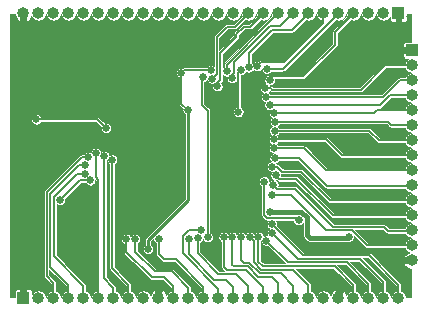
<source format=gbr>
%TF.GenerationSoftware,KiCad,Pcbnew,5.1.5+dfsg1-2build2*%
%TF.CreationDate,2021-03-18T01:20:22+03:00*%
%TF.ProjectId,som_f1c,736f6d5f-6631-4632-9e6b-696361645f70,rev?*%
%TF.SameCoordinates,Original*%
%TF.FileFunction,Copper,L2,Bot*%
%TF.FilePolarity,Positive*%
%FSLAX46Y46*%
G04 Gerber Fmt 4.6, Leading zero omitted, Abs format (unit mm)*
G04 Created by KiCad (PCBNEW 5.1.5+dfsg1-2build2) date 2021-03-18 01:20:22*
%MOMM*%
%LPD*%
G04 APERTURE LIST*
%TA.AperFunction,ComponentPad*%
%ADD10O,1.000000X1.000000*%
%TD*%
%TA.AperFunction,ComponentPad*%
%ADD11R,1.000000X1.000000*%
%TD*%
%TA.AperFunction,ViaPad*%
%ADD12C,0.635000*%
%TD*%
%TA.AperFunction,Conductor*%
%ADD13C,0.609600*%
%TD*%
%TA.AperFunction,Conductor*%
%ADD14C,0.203200*%
%TD*%
%TA.AperFunction,Conductor*%
%ADD15C,0.406400*%
%TD*%
%TA.AperFunction,Conductor*%
%ADD16C,0.254000*%
%TD*%
%TA.AperFunction,Conductor*%
%ADD17C,0.050800*%
%TD*%
G04 APERTURE END LIST*
D10*
%TO.P,J3,15*%
%TO.N,GND*%
X210721600Y-105002800D03*
%TO.P,J3,14*%
%TO.N,PD0*%
X210721600Y-103732800D03*
%TO.P,J3,13*%
%TO.N,PD2*%
X210721600Y-102462800D03*
%TO.P,J3,12*%
%TO.N,PD3*%
X210721600Y-101192800D03*
%TO.P,J3,11*%
%TO.N,PD4*%
X210721600Y-99922800D03*
%TO.P,J3,10*%
%TO.N,PD5*%
X210721600Y-98652800D03*
%TO.P,J3,9*%
%TO.N,PD6*%
X210721600Y-97382800D03*
%TO.P,J3,8*%
%TO.N,PD7*%
X210721600Y-96112800D03*
%TO.P,J3,7*%
%TO.N,PD8*%
X210721600Y-94842800D03*
%TO.P,J3,6*%
%TO.N,PD9*%
X210721600Y-93572800D03*
%TO.P,J3,5*%
%TO.N,PD10*%
X210721600Y-92302800D03*
%TO.P,J3,4*%
%TO.N,PD11*%
X210721600Y-91032800D03*
%TO.P,J3,3*%
%TO.N,PD12*%
X210721600Y-89762800D03*
%TO.P,J3,2*%
%TO.N,PD13*%
X210721600Y-88492800D03*
D11*
%TO.P,J3,1*%
%TO.N,GND*%
X210721600Y-87222800D03*
%TD*%
D10*
%TO.P,J2,26*%
%TO.N,GND*%
X177824200Y-84086200D03*
%TO.P,J2,25*%
%TO.N,+3V3*%
X179094200Y-84086200D03*
%TO.P,J2,24*%
%TO.N,UART_RX*%
X180364200Y-84086200D03*
%TO.P,J2,23*%
%TO.N,UART_TX*%
X181634200Y-84086200D03*
%TO.P,J2,22*%
%TO.N,PE2*%
X182904200Y-84086200D03*
%TO.P,J2,21*%
%TO.N,PE3*%
X184174200Y-84086200D03*
%TO.P,J2,20*%
%TO.N,PE4*%
X185444200Y-84086200D03*
%TO.P,J2,19*%
%TO.N,PE5*%
X186714200Y-84086200D03*
%TO.P,J2,18*%
%TO.N,PE6*%
X187984200Y-84086200D03*
%TO.P,J2,17*%
%TO.N,PE7*%
X189254200Y-84086200D03*
%TO.P,J2,16*%
%TO.N,PE8*%
X190524200Y-84086200D03*
%TO.P,J2,15*%
%TO.N,PE9*%
X191794200Y-84086200D03*
%TO.P,J2,14*%
%TO.N,PE10*%
X193064200Y-84086200D03*
%TO.P,J2,13*%
%TO.N,PE11*%
X194334200Y-84086200D03*
%TO.P,J2,12*%
%TO.N,PE12*%
X195604200Y-84086200D03*
%TO.P,J2,11*%
%TO.N,PD21*%
X196874200Y-84086200D03*
%TO.P,J2,10*%
%TO.N,PD20*%
X198144200Y-84086200D03*
%TO.P,J2,9*%
%TO.N,PD19*%
X199414200Y-84086200D03*
%TO.P,J2,8*%
%TO.N,PD18*%
X200684200Y-84086200D03*
%TO.P,J2,7*%
%TO.N,PD17*%
X201954200Y-84086200D03*
%TO.P,J2,6*%
%TO.N,PD16*%
X203224200Y-84086200D03*
%TO.P,J2,5*%
%TO.N,PD15*%
X204494200Y-84086200D03*
%TO.P,J2,4*%
%TO.N,PD14*%
X205764200Y-84086200D03*
%TO.P,J2,3*%
%TO.N,+3V3*%
X207034200Y-84086200D03*
%TO.P,J2,2*%
%TO.N,POWER_IN*%
X208304200Y-84086200D03*
D11*
%TO.P,J2,1*%
%TO.N,GND*%
X209574200Y-84086200D03*
%TD*%
D10*
%TO.P,J1,26*%
%TO.N,HEADPHONE_COMMON*%
X209573400Y-108162800D03*
%TO.P,J1,25*%
%TO.N,HEADPHONE_COMMON_FB*%
X208303400Y-108162800D03*
%TO.P,J1,24*%
%TO.N,HEADPHONE_L*%
X207033400Y-108162800D03*
%TO.P,J1,23*%
%TO.N,HEADPHONE_R*%
X205763400Y-108162800D03*
%TO.P,J1,22*%
%TO.N,GND*%
X204493400Y-108162800D03*
%TO.P,J1,21*%
%TO.N,+3V3*%
X203223400Y-108162800D03*
%TO.P,J1,20*%
%TO.N,MIC_IN*%
X201953400Y-108162800D03*
%TO.P,J1,19*%
%TO.N,LINE_IN*%
X200683400Y-108162800D03*
%TO.P,J1,18*%
%TO.N,FM_IN_R*%
X199413400Y-108162800D03*
%TO.P,J1,17*%
%TO.N,FM_IN_L*%
X198143400Y-108162800D03*
%TO.P,J1,16*%
%TO.N,TV_IN_0*%
X196873400Y-108162800D03*
%TO.P,J1,15*%
%TO.N,TV_IN_1*%
X195603400Y-108162800D03*
%TO.P,J1,14*%
%TO.N,LRADC*%
X194333400Y-108162800D03*
%TO.P,J1,13*%
%TO.N,TV_OUT*%
X193063400Y-108162800D03*
%TO.P,J1,12*%
%TO.N,USB-DP*%
X191793400Y-108162800D03*
%TO.P,J1,11*%
%TO.N,USB-DM*%
X190523400Y-108162800D03*
%TO.P,J1,10*%
%TO.N,GND*%
X189253400Y-108162800D03*
%TO.P,J1,9*%
%TO.N,+3V3*%
X187983400Y-108162800D03*
%TO.P,J1,8*%
%TO.N,SDC0_CMD_JTAG_TDO*%
X186713400Y-108162800D03*
%TO.P,J1,7*%
%TO.N,SDC0_D3*%
X185443400Y-108162800D03*
%TO.P,J1,6*%
%TO.N,SDC0_D2_JTAG_TCK*%
X184173400Y-108162800D03*
%TO.P,J1,5*%
%TO.N,SDC0_D1_JTAG_TMS*%
X182903400Y-108162800D03*
%TO.P,J1,4*%
%TO.N,SDC0_D0_JTAG_TDI*%
X181633400Y-108162800D03*
%TO.P,J1,3*%
%TO.N,SDC0_CLK*%
X180363400Y-108162800D03*
%TO.P,J1,2*%
%TO.N,+3V3*%
X179093400Y-108162800D03*
D11*
%TO.P,J1,1*%
%TO.N,GND*%
X177823400Y-108162800D03*
%TD*%
D12*
%TO.N,GND*%
X177546000Y-91440000D03*
X177546000Y-93980000D03*
X177546000Y-96520000D03*
X177546000Y-99060000D03*
X177546000Y-101600000D03*
X177546000Y-104140000D03*
X177800000Y-106781600D03*
X177546000Y-88900000D03*
X177800000Y-85852000D03*
X178409600Y-105562400D03*
X178308000Y-87630000D03*
X179832000Y-86360000D03*
X179832000Y-88900000D03*
X179070000Y-90170000D03*
X180975000Y-88900000D03*
X182245000Y-86360000D03*
X180975000Y-86360000D03*
X183515000Y-86360000D03*
X184785000Y-86360000D03*
X186690000Y-90170000D03*
X186182000Y-88900000D03*
X186055000Y-86360000D03*
X192151000Y-86360000D03*
X193675000Y-86360000D03*
X199085200Y-86258400D03*
X195326000Y-85852000D03*
X196723000Y-85852000D03*
X201676000Y-85471000D03*
X200482200Y-86309200D03*
X199542400Y-87655400D03*
X203581000Y-86106000D03*
X202819000Y-87122000D03*
X201803000Y-88011000D03*
X202311000Y-89535000D03*
X205232000Y-86106000D03*
X203454000Y-88519000D03*
X204673200Y-90017600D03*
X202311000Y-95504000D03*
X207010000Y-95504000D03*
X210134200Y-85725000D03*
X208889600Y-89662000D03*
X209550000Y-91744800D03*
X209550000Y-94183200D03*
X209550000Y-96723200D03*
X209550000Y-99314000D03*
X209042000Y-101803200D03*
X206095600Y-103936800D03*
X209092800Y-105003600D03*
X204089000Y-106299000D03*
X204724000Y-107061000D03*
X202565000Y-107061000D03*
X198628000Y-104775000D03*
X201676000Y-103632000D03*
X203327000Y-104013000D03*
X207010000Y-103073200D03*
X209499200Y-100584000D03*
X208940400Y-103124000D03*
X185928000Y-100203000D03*
X185928000Y-102235000D03*
X186309000Y-101092000D03*
X187325000Y-107188000D03*
X189280800Y-107035600D03*
X181229000Y-103124000D03*
X181356000Y-104648000D03*
X179705000Y-95885000D03*
X180975000Y-95885000D03*
X180975000Y-97155000D03*
X179705000Y-97155000D03*
X179705000Y-98425000D03*
X182753000Y-99949000D03*
X183515000Y-107188000D03*
X180975000Y-107188000D03*
X185928000Y-107061000D03*
X204571600Y-87680800D03*
X205867000Y-86995000D03*
X209245200Y-87223600D03*
X197535800Y-87706200D03*
X209143600Y-86385400D03*
X207645000Y-107086400D03*
X208915000Y-107238800D03*
X206349600Y-107086400D03*
X207213200Y-87731600D03*
X206298800Y-88646000D03*
X208076800Y-104495600D03*
X207975200Y-103124000D03*
X182829200Y-103936800D03*
X179120800Y-103378000D03*
%TO.N,STATUS_LED*%
X201117200Y-101605900D03*
X198205476Y-98326028D03*
%TO.N,SPI_SCK*%
X183476435Y-98234500D03*
X180932472Y-99898199D03*
%TO.N,HEADPHONE_L*%
X198397979Y-103326280D03*
%TO.N,HEADPHONE_COMMON_FB*%
X198861336Y-102687988D03*
%TO.N,HEADPHONE_COMMON*%
X198879490Y-101951610D03*
%TO.N,PD0*%
X198879490Y-99427378D03*
%TO.N,PD2*%
X198983600Y-98602800D03*
%TO.N,PD3*%
X199178418Y-97791950D03*
%TO.N,PD4*%
X198876461Y-97058927D03*
%TO.N,PD5*%
X199102074Y-96357727D03*
%TO.N,PD6*%
X199034400Y-95504000D03*
%TO.N,PD7*%
X199034400Y-94767397D03*
%TO.N,PD8*%
X199085200Y-94030800D03*
%TO.N,PD9*%
X199136000Y-93268800D03*
%TO.N,PD10*%
X199083520Y-92534069D03*
%TO.N,PD11*%
X198679276Y-91849683D03*
%TO.N,PD12*%
X198360525Y-91162281D03*
%TO.N,PD13*%
X198313693Y-90427169D03*
%TO.N,PD14*%
X198676290Y-89738200D03*
%TO.N,PD15*%
X198448042Y-88785700D03*
%TO.N,PD16*%
X197643649Y-88559009D03*
%TO.N,PD17*%
X196913664Y-88666657D03*
%TO.N,PD18*%
X195498036Y-89581724D03*
%TO.N,PD19*%
X195021211Y-89001600D03*
%TO.N,PD20*%
X194243100Y-90255722D03*
%TO.N,PD21*%
X193809711Y-89624179D03*
%TO.N,SDC0_D2_JTAG_TCK*%
X183950409Y-95908572D03*
%TO.N,SDC0_D3*%
X184650026Y-96150149D03*
%TO.N,SDC0_CMD_JTAG_TDO*%
X185342311Y-96467711D03*
%TO.N,SDC0_CLK*%
X183293323Y-96241470D03*
%TO.N,SDC0_D0_JTAG_TDI*%
X183002310Y-96918147D03*
%TO.N,SDC0_D1_JTAG_TMS*%
X183022395Y-97654475D03*
%TO.N,USB-DM*%
X186537597Y-103200200D03*
%TO.N,USB-DP*%
X187274200Y-103200200D03*
%TO.N,TV_OUT*%
X189273949Y-103193349D03*
%TO.N,TV_IN_1*%
X191843100Y-103174800D03*
%TO.N,TV_IN_0*%
X192578583Y-103134215D03*
%TO.N,LRADC*%
X192887600Y-102412800D03*
%TO.N,FM_IN_L*%
X194779900Y-103032090D03*
%TO.N,FM_IN_R*%
X195516503Y-103032090D03*
%TO.N,LINE_IN*%
X196253106Y-103032090D03*
%TO.N,MIC_IN*%
X196989552Y-103016904D03*
%TO.N,HEADPHONE_R*%
X197726117Y-103024314D03*
%TO.N,+3V3*%
X184816641Y-93792900D03*
X178917600Y-93065600D03*
X198729600Y-100888800D03*
X196018736Y-92439248D03*
X196215000Y-88900000D03*
X205365800Y-102990200D03*
%TO.N,+2V5*%
X193433690Y-103040261D03*
X193040000Y-89484200D03*
%TO.N,+1V1*%
X191201700Y-89119000D03*
X191736079Y-92267531D03*
X188366400Y-104038400D03*
X193675000Y-88900000D03*
%TD*%
D13*
%TO.N,GND*%
X209245200Y-87223600D02*
X210286990Y-87223600D01*
X209542612Y-105002800D02*
X210286990Y-105002800D01*
X209541812Y-105003600D02*
X209542612Y-105002800D01*
X209092800Y-105003600D02*
X209541812Y-105003600D01*
X204493400Y-107740612D02*
X204493400Y-107747190D01*
X204724000Y-107510012D02*
X204493400Y-107740612D01*
X204724000Y-107061000D02*
X204724000Y-107510012D01*
X189253400Y-107512012D02*
X189253400Y-107747190D01*
X189280800Y-107484612D02*
X189253400Y-107512012D01*
X189280800Y-107035600D02*
X189280800Y-107484612D01*
X177800000Y-107723790D02*
X177823400Y-107747190D01*
X177800000Y-106781600D02*
X177800000Y-107723790D01*
X177800000Y-85852000D02*
X177800000Y-84530810D01*
D14*
%TO.N,STATUS_LED*%
X200920801Y-101409501D02*
X201117200Y-101605900D01*
X198479663Y-101409501D02*
X200920801Y-101409501D01*
X198208899Y-101138737D02*
X198479663Y-101409501D01*
X198208899Y-98778463D02*
X198208899Y-101138737D01*
X198205476Y-98775040D02*
X198208899Y-98778463D01*
X198205476Y-98326028D02*
X198205476Y-98775040D01*
%TO.N,SPI_SCK*%
X182596171Y-98234500D02*
X180932472Y-99898199D01*
X183476435Y-98234500D02*
X182596171Y-98234500D01*
%TO.N,HEADPHONE_L*%
X207033400Y-106982800D02*
X207033400Y-107950000D01*
X205231960Y-105181360D02*
X207033400Y-106982800D01*
X200253560Y-105181360D02*
X205231960Y-105181360D01*
X200076301Y-105004101D02*
X200253560Y-105181360D01*
X200075800Y-105004101D02*
X200076301Y-105004101D01*
X198397979Y-103326280D02*
X200075800Y-105004101D01*
%TO.N,HEADPHONE_COMMON_FB*%
X208303400Y-106855800D02*
X208303400Y-107950000D01*
X206324150Y-104876550D02*
X208303400Y-106855800D01*
X201049898Y-104876550D02*
X206324150Y-104876550D01*
X198861336Y-102687988D02*
X201049898Y-104876550D01*
%TO.N,HEADPHONE_COMMON*%
X209573400Y-107084400D02*
X209573400Y-107950000D01*
X207060740Y-104571740D02*
X209573400Y-107084400D01*
X201499620Y-104571740D02*
X207060740Y-104571740D01*
X198879490Y-101951610D02*
X201499620Y-104571740D01*
%TO.N,PD0*%
X206898962Y-103732800D02*
X210490190Y-103732800D01*
X205635661Y-102469499D02*
X206898962Y-103732800D01*
X203476555Y-102469499D02*
X205635661Y-102469499D01*
X200473456Y-99466400D02*
X203476555Y-102469499D01*
X198932800Y-99466400D02*
X200473456Y-99466400D01*
%TO.N,PD2*%
X208673699Y-102501699D02*
X210490190Y-102501699D01*
X208336689Y-102164689D02*
X208673699Y-102501699D01*
X204069489Y-102164689D02*
X208336689Y-102164689D01*
X200825099Y-98920299D02*
X204069489Y-102164689D01*
X199301099Y-98920299D02*
X200825099Y-98920299D01*
X198983600Y-98602800D02*
X199301099Y-98920299D01*
%TO.N,PD3*%
X204012800Y-101193600D02*
X210490190Y-101193600D01*
X200928649Y-98109449D02*
X204012800Y-101193600D01*
X199495917Y-98109449D02*
X200928649Y-98109449D01*
X199178418Y-97791950D02*
X199495917Y-98109449D01*
%TO.N,PD4*%
X199754838Y-97488292D02*
X201323492Y-97488292D01*
X199325473Y-97058927D02*
X199754838Y-97488292D01*
X198876461Y-97058927D02*
X199325473Y-97058927D01*
X201323492Y-97488292D02*
X203758800Y-99923600D01*
X203758800Y-99923600D02*
X210018399Y-99923600D01*
X210018399Y-99923600D02*
X210490190Y-99923600D01*
%TO.N,PD5*%
X199102074Y-96357727D02*
X201158127Y-96357727D01*
X203492099Y-98691699D02*
X210490190Y-98691699D01*
X201158127Y-96357727D02*
X203492099Y-98691699D01*
%TO.N,PD6*%
X199034400Y-95504000D02*
X201574400Y-95504000D01*
X203453200Y-97382800D02*
X210490190Y-97382800D01*
X201574400Y-95504000D02*
X203453200Y-97382800D01*
%TO.N,PD7*%
X204824800Y-96112800D02*
X210490190Y-96112800D01*
X203479397Y-94767397D02*
X204824800Y-96112800D01*
X199034400Y-94767397D02*
X203479397Y-94767397D01*
%TO.N,PD8*%
X207923600Y-94842800D02*
X210490190Y-94842800D01*
X207111600Y-94030800D02*
X207923600Y-94842800D01*
X199085200Y-94030800D02*
X207111600Y-94030800D01*
%TO.N,PD9*%
X208990400Y-93572800D02*
X210490190Y-93572800D01*
X208686400Y-93268800D02*
X208990400Y-93572800D01*
X199136000Y-93268800D02*
X208686400Y-93268800D01*
%TO.N,PD10*%
X199083520Y-92534069D02*
X207490731Y-92534069D01*
X207722000Y-92302800D02*
X210490190Y-92302800D01*
X207490731Y-92534069D02*
X207722000Y-92302800D01*
%TO.N,PD11*%
X208839600Y-91032800D02*
X210490190Y-91032800D01*
X208022717Y-91849683D02*
X208839600Y-91032800D01*
X198679276Y-91849683D02*
X208022717Y-91849683D01*
%TO.N,PD12*%
X209715823Y-89725511D02*
X210490190Y-89725511D01*
X208279053Y-91162281D02*
X209715823Y-89725511D01*
X198360525Y-91162281D02*
X208279053Y-91162281D01*
%TO.N,PD13*%
X208433200Y-88492800D02*
X210490190Y-88492800D01*
X206387699Y-90538301D02*
X208433200Y-88492800D01*
X198873837Y-90538301D02*
X206387699Y-90538301D01*
X198762705Y-90427169D02*
X198873837Y-90538301D01*
X198313693Y-90427169D02*
X198762705Y-90427169D01*
%TO.N,PD14*%
X204216000Y-86741000D02*
X204216000Y-85634400D01*
X201536299Y-89420701D02*
X204216000Y-86741000D01*
X204216000Y-85634400D02*
X205587600Y-84328000D01*
X198993789Y-89420701D02*
X201536299Y-89420701D01*
X198676290Y-89738200D02*
X198993789Y-89420701D01*
%TO.N,PD15*%
X199794700Y-88785700D02*
X204266800Y-84328000D01*
X198448042Y-88785700D02*
X199794700Y-88785700D01*
%TO.N,PD16*%
X203224200Y-84925134D02*
X203224200Y-84328000D01*
X199907824Y-88241510D02*
X203224200Y-84925134D01*
X197961148Y-88241510D02*
X199907824Y-88241510D01*
X197643649Y-88559009D02*
X197961148Y-88241510D01*
%TO.N,PD17*%
X200543990Y-85496410D02*
X201777600Y-84328000D01*
X198866122Y-85496410D02*
X200543990Y-85496410D01*
X196913664Y-87448868D02*
X198866122Y-85496410D01*
X196913664Y-88666657D02*
X196913664Y-87448868D01*
%TO.N,PD18*%
X199578800Y-85191600D02*
X200355200Y-84328000D01*
X198739866Y-85191600D02*
X199578800Y-85191600D01*
X195694299Y-88237167D02*
X198739866Y-85191600D01*
X195694299Y-89099150D02*
X195694299Y-88237167D01*
X195498036Y-89295413D02*
X195694299Y-89099150D01*
X195498036Y-89581724D02*
X195498036Y-89295413D01*
%TO.N,PD19*%
X195021211Y-88479189D02*
X199136000Y-84328000D01*
X195021211Y-89001600D02*
X195021211Y-88479189D01*
%TO.N,PD20*%
X196469000Y-85217000D02*
X197013400Y-85217000D01*
X194500511Y-87448127D02*
X195846701Y-86101937D01*
X197013400Y-85217000D02*
X197967600Y-84328000D01*
X194500511Y-89704017D02*
X194500511Y-87448127D01*
X194243100Y-89961428D02*
X194500511Y-89704017D01*
X195846701Y-85839299D02*
X196469000Y-85217000D01*
X195846701Y-86101937D02*
X195846701Y-85839299D01*
X194243100Y-90255722D02*
X194243100Y-89961428D01*
%TO.N,PD21*%
X195743400Y-85217000D02*
X196646800Y-84328000D01*
X195072000Y-85217000D02*
X195743400Y-85217000D01*
X194195701Y-86093299D02*
X195072000Y-85217000D01*
X194195701Y-89238189D02*
X194195701Y-86093299D01*
X193809711Y-89624179D02*
X194195701Y-89238189D01*
%TO.N,SDC0_D2_JTAG_TCK*%
X184173400Y-107113800D02*
X184173400Y-107950000D01*
X184173400Y-98160827D02*
X184173400Y-107113800D01*
X183950409Y-97937836D02*
X184173400Y-98160827D01*
X183950409Y-95908572D02*
X183950409Y-97937836D01*
%TO.N,SDC0_D3*%
X185443400Y-107313000D02*
X185443400Y-107950000D01*
X184650026Y-106519626D02*
X185443400Y-107313000D01*
X184650026Y-96150149D02*
X184650026Y-106519626D01*
%TO.N,SDC0_CMD_JTAG_TDO*%
X186713400Y-107059000D02*
X186713400Y-107950000D01*
X185342311Y-105687911D02*
X186713400Y-107059000D01*
X185342311Y-96467711D02*
X185342311Y-105687911D01*
%TO.N,SDC0_CLK*%
X180363400Y-106881200D02*
X180363400Y-107950000D01*
X179802151Y-106319951D02*
X180363400Y-106881200D01*
X179802151Y-99238228D02*
X179802151Y-106319951D01*
X182798909Y-96241470D02*
X179802151Y-99238228D01*
X183293323Y-96241470D02*
X182798909Y-96241470D01*
%TO.N,SDC0_D0_JTAG_TDI*%
X181633400Y-107059000D02*
X181633400Y-107950000D01*
X180106961Y-105532561D02*
X181633400Y-107059000D01*
X180106961Y-99364484D02*
X180106961Y-105532561D01*
X182553298Y-96918147D02*
X180106961Y-99364484D01*
X183002310Y-96918147D02*
X182553298Y-96918147D01*
%TO.N,SDC0_D1_JTAG_TMS*%
X180411771Y-104643571D02*
X182903400Y-107135200D01*
X180411771Y-99648262D02*
X180411771Y-104643571D01*
X182903400Y-107135200D02*
X182903400Y-107950000D01*
X182405558Y-97654475D02*
X180411771Y-99648262D01*
X183022395Y-97654475D02*
X182405558Y-97654475D01*
%TO.N,USB-DM*%
X188671200Y-106451400D02*
X189763400Y-106451400D01*
X189763400Y-106451400D02*
X190523400Y-107211400D01*
X186537597Y-104317797D02*
X188671200Y-106451400D01*
X190523400Y-107211400D02*
X190523400Y-107950000D01*
X186537597Y-103200200D02*
X186537597Y-104317797D01*
%TO.N,USB-DP*%
X191793400Y-107338400D02*
X191793400Y-107950000D01*
X190398400Y-105943400D02*
X191793400Y-107338400D01*
X188925200Y-105943400D02*
X190398400Y-105943400D01*
X187274200Y-104292400D02*
X188925200Y-105943400D01*
X187274200Y-103200200D02*
X187274200Y-104292400D01*
%TO.N,TV_OUT*%
X193063400Y-107262200D02*
X193063400Y-107950000D01*
X190728600Y-104927400D02*
X193063400Y-107262200D01*
X189712600Y-104927400D02*
X190728600Y-104927400D01*
X189273949Y-104488749D02*
X189712600Y-104927400D01*
X189273949Y-103193349D02*
X189273949Y-104488749D01*
%TO.N,TV_IN_1*%
X195603400Y-107236800D02*
X195603400Y-107950000D01*
X194995800Y-106629200D02*
X195603400Y-107236800D01*
X194004466Y-106629200D02*
X194995800Y-106629200D01*
X191843100Y-104467834D02*
X194004466Y-106629200D01*
X191843100Y-103174800D02*
X191843100Y-104467834D01*
%TO.N,TV_IN_0*%
X196873400Y-107160600D02*
X196873400Y-107950000D01*
X195834000Y-106121200D02*
X196873400Y-107160600D01*
X194284600Y-106121200D02*
X195834000Y-106121200D01*
X192578583Y-104415183D02*
X194284600Y-106121200D01*
X192578583Y-103134215D02*
X192578583Y-104415183D01*
%TO.N,LRADC*%
X194333400Y-107389200D02*
X194333400Y-107950000D01*
X191322399Y-102924863D02*
X191322399Y-104378199D01*
X191322399Y-104378199D02*
X194333400Y-107389200D01*
X191834462Y-102412800D02*
X191322399Y-102924863D01*
X192887600Y-102412800D02*
X191834462Y-102412800D01*
%TO.N,FM_IN_L*%
X198143400Y-107262200D02*
X198143400Y-107950000D01*
X196697590Y-105816390D02*
X198143400Y-107262200D01*
X195072000Y-105816390D02*
X196697590Y-105816390D01*
X194779900Y-105524290D02*
X195072000Y-105816390D01*
X194779900Y-103032090D02*
X194779900Y-105524290D01*
%TO.N,FM_IN_R*%
X199413400Y-106932000D02*
X199413400Y-107950000D01*
X198882000Y-106400600D02*
X199413400Y-106932000D01*
X197712866Y-106400600D02*
X198882000Y-106400600D01*
X196823847Y-105511581D02*
X197712866Y-106400600D01*
X195630800Y-105511580D02*
X196823847Y-105511581D01*
X195516503Y-105397283D02*
X195630800Y-105511580D01*
X195516503Y-103032090D02*
X195516503Y-105397283D01*
%TO.N,LINE_IN*%
X200683400Y-107186000D02*
X200683400Y-107950000D01*
X199593190Y-106095790D02*
X200683400Y-107186000D01*
X197839120Y-106095790D02*
X199593190Y-106095790D01*
X196950102Y-105206772D02*
X197839120Y-106095790D01*
X196253106Y-104940077D02*
X196519800Y-105206771D01*
X196519800Y-105206771D02*
X196950102Y-105206772D01*
X196253106Y-103032090D02*
X196253106Y-104940077D01*
%TO.N,MIC_IN*%
X201953400Y-107109800D02*
X201953400Y-107950000D01*
X200634580Y-105790980D02*
X201953400Y-107109800D01*
X197965376Y-105790980D02*
X200634580Y-105790980D01*
X197307051Y-105132655D02*
X197965376Y-105790980D01*
X197307051Y-103334403D02*
X197307051Y-105132655D01*
X196989552Y-103016904D02*
X197307051Y-103334403D01*
%TO.N,HEADPHONE_R*%
X205763400Y-107084400D02*
X205763400Y-107950000D01*
X204165170Y-105486170D02*
X205763400Y-107084400D01*
X198091632Y-105486170D02*
X204165170Y-105486170D01*
X197726117Y-105120655D02*
X198091632Y-105486170D01*
X197726117Y-103024314D02*
X197726117Y-105120655D01*
%TO.N,+3V3*%
X184089341Y-93065600D02*
X178917600Y-93065600D01*
X184816641Y-93792900D02*
X184089341Y-93065600D01*
X196018736Y-92439248D02*
X196018736Y-89096264D01*
X196018736Y-89096264D02*
X196215000Y-88900000D01*
D15*
X202089006Y-103124000D02*
X205232000Y-103124000D01*
X205232000Y-103124000D02*
X205365800Y-102990200D01*
X201803000Y-102837994D02*
X202089006Y-103124000D01*
X201803000Y-101370694D02*
X201803000Y-102837994D01*
X198729600Y-100888800D02*
X201321106Y-100888800D01*
X201321106Y-100888800D02*
X201803000Y-101370694D01*
D14*
%TO.N,+2V5*%
X192913000Y-89611200D02*
X193040000Y-89484200D01*
X192913000Y-91821000D02*
X192913000Y-89611200D01*
X193433690Y-92341690D02*
X192913000Y-91821000D01*
X193433690Y-103040261D02*
X193433690Y-92341690D01*
%TO.N,+1V1*%
X191201700Y-91733152D02*
X191736079Y-92267531D01*
X191201700Y-89119000D02*
X191201700Y-91733152D01*
D16*
X191736079Y-99922989D02*
X191736079Y-92267531D01*
X188366400Y-103292668D02*
X191736079Y-99922989D01*
X188366400Y-104038400D02*
X188366400Y-103292668D01*
D14*
X191420700Y-88900000D02*
X191201700Y-89119000D01*
X193675000Y-88900000D02*
X191420700Y-88900000D01*
%TD*%
D17*
%TO.N,GND*%
G36*
X177095600Y-84314802D02*
G01*
X177189522Y-84314802D01*
X177176650Y-84420211D01*
X177254255Y-84540124D01*
X177353763Y-84642593D01*
X177471349Y-84723680D01*
X177490192Y-84733731D01*
X177595600Y-84717538D01*
X177595600Y-84314800D01*
X177575600Y-84314800D01*
X177575600Y-84149800D01*
X178072800Y-84149800D01*
X178072800Y-84314800D01*
X178052800Y-84314800D01*
X178052800Y-84717538D01*
X178158208Y-84733731D01*
X178177051Y-84723680D01*
X178294637Y-84642593D01*
X178394145Y-84540124D01*
X178471750Y-84420211D01*
X178458878Y-84314802D01*
X178510230Y-84314802D01*
X178538560Y-84383196D01*
X178607177Y-84485889D01*
X178694511Y-84573223D01*
X178797204Y-84641840D01*
X178911311Y-84689105D01*
X179032446Y-84713200D01*
X179155954Y-84713200D01*
X179277089Y-84689105D01*
X179391196Y-84641840D01*
X179493889Y-84573223D01*
X179581223Y-84485889D01*
X179649840Y-84383196D01*
X179697105Y-84269089D01*
X179720833Y-84149800D01*
X179737567Y-84149800D01*
X179761295Y-84269089D01*
X179808560Y-84383196D01*
X179877177Y-84485889D01*
X179964511Y-84573223D01*
X180067204Y-84641840D01*
X180181311Y-84689105D01*
X180302446Y-84713200D01*
X180425954Y-84713200D01*
X180547089Y-84689105D01*
X180661196Y-84641840D01*
X180763889Y-84573223D01*
X180851223Y-84485889D01*
X180919840Y-84383196D01*
X180967105Y-84269089D01*
X180990833Y-84149800D01*
X181007567Y-84149800D01*
X181031295Y-84269089D01*
X181078560Y-84383196D01*
X181147177Y-84485889D01*
X181234511Y-84573223D01*
X181337204Y-84641840D01*
X181451311Y-84689105D01*
X181572446Y-84713200D01*
X181695954Y-84713200D01*
X181817089Y-84689105D01*
X181931196Y-84641840D01*
X182033889Y-84573223D01*
X182121223Y-84485889D01*
X182189840Y-84383196D01*
X182237105Y-84269089D01*
X182260833Y-84149800D01*
X182277567Y-84149800D01*
X182301295Y-84269089D01*
X182348560Y-84383196D01*
X182417177Y-84485889D01*
X182504511Y-84573223D01*
X182607204Y-84641840D01*
X182721311Y-84689105D01*
X182842446Y-84713200D01*
X182965954Y-84713200D01*
X183087089Y-84689105D01*
X183201196Y-84641840D01*
X183303889Y-84573223D01*
X183391223Y-84485889D01*
X183459840Y-84383196D01*
X183507105Y-84269089D01*
X183530833Y-84149800D01*
X183547567Y-84149800D01*
X183571295Y-84269089D01*
X183618560Y-84383196D01*
X183687177Y-84485889D01*
X183774511Y-84573223D01*
X183877204Y-84641840D01*
X183991311Y-84689105D01*
X184112446Y-84713200D01*
X184235954Y-84713200D01*
X184357089Y-84689105D01*
X184471196Y-84641840D01*
X184573889Y-84573223D01*
X184661223Y-84485889D01*
X184729840Y-84383196D01*
X184777105Y-84269089D01*
X184800833Y-84149800D01*
X184817567Y-84149800D01*
X184841295Y-84269089D01*
X184888560Y-84383196D01*
X184957177Y-84485889D01*
X185044511Y-84573223D01*
X185147204Y-84641840D01*
X185261311Y-84689105D01*
X185382446Y-84713200D01*
X185505954Y-84713200D01*
X185627089Y-84689105D01*
X185741196Y-84641840D01*
X185843889Y-84573223D01*
X185931223Y-84485889D01*
X185999840Y-84383196D01*
X186047105Y-84269089D01*
X186070833Y-84149800D01*
X186087567Y-84149800D01*
X186111295Y-84269089D01*
X186158560Y-84383196D01*
X186227177Y-84485889D01*
X186314511Y-84573223D01*
X186417204Y-84641840D01*
X186531311Y-84689105D01*
X186652446Y-84713200D01*
X186775954Y-84713200D01*
X186897089Y-84689105D01*
X187011196Y-84641840D01*
X187113889Y-84573223D01*
X187201223Y-84485889D01*
X187269840Y-84383196D01*
X187317105Y-84269089D01*
X187340833Y-84149800D01*
X187357567Y-84149800D01*
X187381295Y-84269089D01*
X187428560Y-84383196D01*
X187497177Y-84485889D01*
X187584511Y-84573223D01*
X187687204Y-84641840D01*
X187801311Y-84689105D01*
X187922446Y-84713200D01*
X188045954Y-84713200D01*
X188167089Y-84689105D01*
X188281196Y-84641840D01*
X188383889Y-84573223D01*
X188471223Y-84485889D01*
X188539840Y-84383196D01*
X188587105Y-84269089D01*
X188610833Y-84149800D01*
X188627567Y-84149800D01*
X188651295Y-84269089D01*
X188698560Y-84383196D01*
X188767177Y-84485889D01*
X188854511Y-84573223D01*
X188957204Y-84641840D01*
X189071311Y-84689105D01*
X189192446Y-84713200D01*
X189315954Y-84713200D01*
X189437089Y-84689105D01*
X189551196Y-84641840D01*
X189653889Y-84573223D01*
X189741223Y-84485889D01*
X189809840Y-84383196D01*
X189857105Y-84269089D01*
X189880833Y-84149800D01*
X189897567Y-84149800D01*
X189921295Y-84269089D01*
X189968560Y-84383196D01*
X190037177Y-84485889D01*
X190124511Y-84573223D01*
X190227204Y-84641840D01*
X190341311Y-84689105D01*
X190462446Y-84713200D01*
X190585954Y-84713200D01*
X190707089Y-84689105D01*
X190821196Y-84641840D01*
X190923889Y-84573223D01*
X191011223Y-84485889D01*
X191079840Y-84383196D01*
X191127105Y-84269089D01*
X191150833Y-84149800D01*
X191167567Y-84149800D01*
X191191295Y-84269089D01*
X191238560Y-84383196D01*
X191307177Y-84485889D01*
X191394511Y-84573223D01*
X191497204Y-84641840D01*
X191611311Y-84689105D01*
X191732446Y-84713200D01*
X191855954Y-84713200D01*
X191977089Y-84689105D01*
X192091196Y-84641840D01*
X192193889Y-84573223D01*
X192281223Y-84485889D01*
X192349840Y-84383196D01*
X192397105Y-84269089D01*
X192420833Y-84149800D01*
X192437567Y-84149800D01*
X192461295Y-84269089D01*
X192508560Y-84383196D01*
X192577177Y-84485889D01*
X192664511Y-84573223D01*
X192767204Y-84641840D01*
X192881311Y-84689105D01*
X193002446Y-84713200D01*
X193125954Y-84713200D01*
X193247089Y-84689105D01*
X193361196Y-84641840D01*
X193463889Y-84573223D01*
X193551223Y-84485889D01*
X193619840Y-84383196D01*
X193667105Y-84269089D01*
X193690833Y-84149800D01*
X193707567Y-84149800D01*
X193731295Y-84269089D01*
X193778560Y-84383196D01*
X193847177Y-84485889D01*
X193934511Y-84573223D01*
X194037204Y-84641840D01*
X194151311Y-84689105D01*
X194272446Y-84713200D01*
X194395954Y-84713200D01*
X194517089Y-84689105D01*
X194631196Y-84641840D01*
X194733889Y-84573223D01*
X194821223Y-84485889D01*
X194889840Y-84383196D01*
X194937105Y-84269089D01*
X194960833Y-84149800D01*
X194977567Y-84149800D01*
X195001295Y-84269089D01*
X195048560Y-84383196D01*
X195117177Y-84485889D01*
X195204511Y-84573223D01*
X195307204Y-84641840D01*
X195421311Y-84689105D01*
X195542446Y-84713200D01*
X195665954Y-84713200D01*
X195787089Y-84689105D01*
X195901196Y-84641840D01*
X196003889Y-84573223D01*
X196091223Y-84485889D01*
X196159840Y-84383196D01*
X196207105Y-84269089D01*
X196230833Y-84149800D01*
X196247567Y-84149800D01*
X196271295Y-84269089D01*
X196302990Y-84345607D01*
X195649786Y-84988400D01*
X195083229Y-84988400D01*
X195072000Y-84987294D01*
X195027186Y-84991708D01*
X194984095Y-85004779D01*
X194944382Y-85026006D01*
X194909573Y-85054573D01*
X194902411Y-85063300D01*
X194042002Y-85923710D01*
X194033275Y-85930872D01*
X194004708Y-85965681D01*
X193993361Y-85986909D01*
X193983480Y-86005395D01*
X193970409Y-86048486D01*
X193965995Y-86093299D01*
X193967102Y-86104538D01*
X193967101Y-88563483D01*
X193958352Y-88554734D01*
X193885550Y-88506089D01*
X193804656Y-88472582D01*
X193718779Y-88455500D01*
X193631221Y-88455500D01*
X193545344Y-88472582D01*
X193464450Y-88506089D01*
X193391648Y-88554734D01*
X193329734Y-88616648D01*
X193293150Y-88671400D01*
X191431929Y-88671400D01*
X191420700Y-88670294D01*
X191375886Y-88674708D01*
X191336596Y-88686626D01*
X191332795Y-88687779D01*
X191327219Y-88690759D01*
X191245479Y-88674500D01*
X191157921Y-88674500D01*
X191072044Y-88691582D01*
X190991150Y-88725089D01*
X190918348Y-88773734D01*
X190856434Y-88835648D01*
X190807789Y-88908450D01*
X190774282Y-88989344D01*
X190757200Y-89075221D01*
X190757200Y-89162779D01*
X190774282Y-89248656D01*
X190807789Y-89329550D01*
X190856434Y-89402352D01*
X190918348Y-89464266D01*
X190973100Y-89500850D01*
X190973101Y-91721913D01*
X190971994Y-91733152D01*
X190976408Y-91777965D01*
X190989479Y-91821056D01*
X190999360Y-91839542D01*
X191010707Y-91860770D01*
X191039274Y-91895579D01*
X191048001Y-91902741D01*
X191304426Y-92159166D01*
X191291579Y-92223752D01*
X191291579Y-92311310D01*
X191308661Y-92397187D01*
X191342168Y-92478081D01*
X191390813Y-92550883D01*
X191452727Y-92612797D01*
X191482080Y-92632410D01*
X191482079Y-99817778D01*
X188195604Y-103104254D01*
X188185928Y-103112195D01*
X188177987Y-103121871D01*
X188177978Y-103121880D01*
X188154186Y-103150872D01*
X188130600Y-103194997D01*
X188125376Y-103212220D01*
X188116077Y-103242875D01*
X188113409Y-103269967D01*
X188111173Y-103292668D01*
X188112401Y-103305136D01*
X188112400Y-103673521D01*
X188083048Y-103693134D01*
X188021134Y-103755048D01*
X187972489Y-103827850D01*
X187938982Y-103908744D01*
X187921900Y-103994621D01*
X187921900Y-104082179D01*
X187938982Y-104168056D01*
X187972489Y-104248950D01*
X188021134Y-104321752D01*
X188083048Y-104383666D01*
X188155850Y-104432311D01*
X188236744Y-104465818D01*
X188322621Y-104482900D01*
X188410179Y-104482900D01*
X188496056Y-104465818D01*
X188576950Y-104432311D01*
X188649752Y-104383666D01*
X188711666Y-104321752D01*
X188760311Y-104248950D01*
X188793818Y-104168056D01*
X188810900Y-104082179D01*
X188810900Y-103994621D01*
X188793818Y-103908744D01*
X188760311Y-103827850D01*
X188711666Y-103755048D01*
X188649752Y-103693134D01*
X188620400Y-103673522D01*
X188620400Y-103397878D01*
X188829449Y-103188829D01*
X188829449Y-103237128D01*
X188846531Y-103323005D01*
X188880038Y-103403899D01*
X188928683Y-103476701D01*
X188990597Y-103538615D01*
X189045349Y-103575200D01*
X189045350Y-104477510D01*
X189044243Y-104488749D01*
X189048657Y-104533562D01*
X189061728Y-104576653D01*
X189061729Y-104576654D01*
X189082956Y-104616367D01*
X189111523Y-104651176D01*
X189120250Y-104658338D01*
X189543010Y-105081099D01*
X189550173Y-105089827D01*
X189584982Y-105118394D01*
X189624695Y-105139621D01*
X189657757Y-105149650D01*
X189667786Y-105152692D01*
X189712599Y-105157106D01*
X189723828Y-105156000D01*
X190633912Y-105156000D01*
X192834800Y-107356889D01*
X192834800Y-107578829D01*
X192766404Y-107607160D01*
X192663711Y-107675777D01*
X192576377Y-107763111D01*
X192507760Y-107865804D01*
X192460495Y-107979911D01*
X192436400Y-108101046D01*
X192436400Y-108128200D01*
X192420400Y-108128200D01*
X192420400Y-108101046D01*
X192396305Y-107979911D01*
X192349040Y-107865804D01*
X192280423Y-107763111D01*
X192193089Y-107675777D01*
X192090396Y-107607160D01*
X192022000Y-107578829D01*
X192022000Y-107349629D01*
X192023106Y-107338400D01*
X192018692Y-107293586D01*
X192005621Y-107250495D01*
X192000769Y-107241418D01*
X191984394Y-107210782D01*
X191955827Y-107175973D01*
X191947101Y-107168812D01*
X190567994Y-105789706D01*
X190560827Y-105780973D01*
X190526018Y-105752406D01*
X190486305Y-105731179D01*
X190443213Y-105718108D01*
X190409629Y-105714800D01*
X190398400Y-105713694D01*
X190387171Y-105714800D01*
X189019890Y-105714800D01*
X187502800Y-104197712D01*
X187502800Y-103582050D01*
X187557552Y-103545466D01*
X187619466Y-103483552D01*
X187668111Y-103410750D01*
X187701618Y-103329856D01*
X187718700Y-103243979D01*
X187718700Y-103156421D01*
X187701618Y-103070544D01*
X187668111Y-102989650D01*
X187619466Y-102916848D01*
X187557552Y-102854934D01*
X187484750Y-102806289D01*
X187403856Y-102772782D01*
X187317979Y-102755700D01*
X187230421Y-102755700D01*
X187144544Y-102772782D01*
X187063650Y-102806289D01*
X186990848Y-102854934D01*
X186928934Y-102916848D01*
X186905899Y-102951323D01*
X186882863Y-102916848D01*
X186820949Y-102854934D01*
X186748147Y-102806289D01*
X186667253Y-102772782D01*
X186581376Y-102755700D01*
X186493818Y-102755700D01*
X186407941Y-102772782D01*
X186327047Y-102806289D01*
X186254245Y-102854934D01*
X186192331Y-102916848D01*
X186143686Y-102989650D01*
X186110179Y-103070544D01*
X186093097Y-103156421D01*
X186093097Y-103243979D01*
X186110179Y-103329856D01*
X186143686Y-103410750D01*
X186192331Y-103483552D01*
X186254245Y-103545466D01*
X186308997Y-103582051D01*
X186308998Y-104306558D01*
X186307891Y-104317797D01*
X186312305Y-104362610D01*
X186325376Y-104405701D01*
X186333029Y-104420018D01*
X186346604Y-104445415D01*
X186375171Y-104480224D01*
X186383898Y-104487386D01*
X188501611Y-106605100D01*
X188508773Y-106613827D01*
X188543582Y-106642394D01*
X188583295Y-106663621D01*
X188615303Y-106673330D01*
X188626386Y-106676692D01*
X188671199Y-106681106D01*
X188682428Y-106680000D01*
X189668712Y-106680000D01*
X190294800Y-107306089D01*
X190294800Y-107578829D01*
X190226404Y-107607160D01*
X190123711Y-107675777D01*
X190036377Y-107763111D01*
X189967760Y-107865804D01*
X189939430Y-107934198D01*
X189888078Y-107934198D01*
X189900950Y-107828789D01*
X189823345Y-107708876D01*
X189723837Y-107606407D01*
X189606251Y-107525320D01*
X189587408Y-107515269D01*
X189482000Y-107531462D01*
X189482000Y-107934200D01*
X189502000Y-107934200D01*
X189502000Y-108128200D01*
X189004800Y-108128200D01*
X189004800Y-107934200D01*
X189024800Y-107934200D01*
X189024800Y-107531462D01*
X188919392Y-107515269D01*
X188900549Y-107525320D01*
X188782963Y-107606407D01*
X188683455Y-107708876D01*
X188605850Y-107828789D01*
X188618722Y-107934198D01*
X188567370Y-107934198D01*
X188539040Y-107865804D01*
X188470423Y-107763111D01*
X188383089Y-107675777D01*
X188280396Y-107607160D01*
X188166289Y-107559895D01*
X188045154Y-107535800D01*
X187921646Y-107535800D01*
X187800511Y-107559895D01*
X187686404Y-107607160D01*
X187583711Y-107675777D01*
X187496377Y-107763111D01*
X187427760Y-107865804D01*
X187380495Y-107979911D01*
X187356400Y-108101046D01*
X187356400Y-108128200D01*
X187340400Y-108128200D01*
X187340400Y-108101046D01*
X187316305Y-107979911D01*
X187269040Y-107865804D01*
X187200423Y-107763111D01*
X187113089Y-107675777D01*
X187010396Y-107607160D01*
X186942000Y-107578829D01*
X186942000Y-107070229D01*
X186943106Y-107059000D01*
X186938692Y-107014186D01*
X186925621Y-106971095D01*
X186917971Y-106956783D01*
X186904394Y-106931382D01*
X186875827Y-106896573D01*
X186867101Y-106889412D01*
X185570911Y-105593223D01*
X185570911Y-96849561D01*
X185625663Y-96812977D01*
X185687577Y-96751063D01*
X185736222Y-96678261D01*
X185769729Y-96597367D01*
X185786811Y-96511490D01*
X185786811Y-96423932D01*
X185769729Y-96338055D01*
X185736222Y-96257161D01*
X185687577Y-96184359D01*
X185625663Y-96122445D01*
X185552861Y-96073800D01*
X185471967Y-96040293D01*
X185386090Y-96023211D01*
X185298532Y-96023211D01*
X185212655Y-96040293D01*
X185131761Y-96073800D01*
X185093176Y-96099582D01*
X185077444Y-96020493D01*
X185043937Y-95939599D01*
X184995292Y-95866797D01*
X184933378Y-95804883D01*
X184860576Y-95756238D01*
X184779682Y-95722731D01*
X184693805Y-95705649D01*
X184606247Y-95705649D01*
X184520370Y-95722731D01*
X184439476Y-95756238D01*
X184381078Y-95795259D01*
X184377827Y-95778916D01*
X184344320Y-95698022D01*
X184295675Y-95625220D01*
X184233761Y-95563306D01*
X184160959Y-95514661D01*
X184080065Y-95481154D01*
X183994188Y-95464072D01*
X183906630Y-95464072D01*
X183820753Y-95481154D01*
X183739859Y-95514661D01*
X183667057Y-95563306D01*
X183605143Y-95625220D01*
X183556498Y-95698022D01*
X183522991Y-95778916D01*
X183508696Y-95850782D01*
X183503873Y-95847559D01*
X183422979Y-95814052D01*
X183337102Y-95796970D01*
X183249544Y-95796970D01*
X183163667Y-95814052D01*
X183082773Y-95847559D01*
X183009971Y-95896204D01*
X182948057Y-95958118D01*
X182911473Y-96012870D01*
X182810138Y-96012870D01*
X182798909Y-96011764D01*
X182754095Y-96016178D01*
X182725358Y-96024895D01*
X182711004Y-96029249D01*
X182671291Y-96050476D01*
X182636482Y-96079043D01*
X182629320Y-96087770D01*
X179648457Y-99068634D01*
X179639724Y-99075801D01*
X179611157Y-99110611D01*
X179592460Y-99145591D01*
X179589930Y-99150324D01*
X179576859Y-99193415D01*
X179572445Y-99238228D01*
X179573551Y-99249457D01*
X179573552Y-106308712D01*
X179572445Y-106319951D01*
X179576859Y-106364764D01*
X179589930Y-106407855D01*
X179589931Y-106407856D01*
X179611158Y-106447569D01*
X179639725Y-106482378D01*
X179648452Y-106489540D01*
X180134800Y-106975889D01*
X180134801Y-107578829D01*
X180066404Y-107607160D01*
X179963711Y-107675777D01*
X179876377Y-107763111D01*
X179807760Y-107865804D01*
X179760495Y-107979911D01*
X179736400Y-108101046D01*
X179736400Y-108128200D01*
X179720400Y-108128200D01*
X179720400Y-108101046D01*
X179696305Y-107979911D01*
X179649040Y-107865804D01*
X179580423Y-107763111D01*
X179493089Y-107675777D01*
X179390396Y-107607160D01*
X179276289Y-107559895D01*
X179155154Y-107535800D01*
X179031646Y-107535800D01*
X178910511Y-107559895D01*
X178796404Y-107607160D01*
X178693711Y-107675777D01*
X178606377Y-107763111D01*
X178552169Y-107844239D01*
X178553106Y-107662800D01*
X178548692Y-107617987D01*
X178535621Y-107574895D01*
X178514394Y-107535182D01*
X178485827Y-107500373D01*
X178451018Y-107471806D01*
X178411305Y-107450579D01*
X178368213Y-107437508D01*
X178323400Y-107433094D01*
X178109150Y-107434200D01*
X178052000Y-107491350D01*
X178052000Y-107934200D01*
X178072000Y-107934200D01*
X178072000Y-108128200D01*
X177574800Y-108128200D01*
X177574800Y-107934200D01*
X177594800Y-107934200D01*
X177594800Y-107491350D01*
X177537650Y-107434200D01*
X177323400Y-107433094D01*
X177278587Y-107437508D01*
X177235495Y-107450579D01*
X177195782Y-107471806D01*
X177160973Y-107500373D01*
X177132406Y-107535182D01*
X177111179Y-107574895D01*
X177098108Y-107617987D01*
X177093694Y-107662800D01*
X177094800Y-107877050D01*
X177151948Y-107934198D01*
X177094800Y-107934198D01*
X177094800Y-108128108D01*
X176732800Y-108127838D01*
X176732800Y-93021821D01*
X178473100Y-93021821D01*
X178473100Y-93109379D01*
X178490182Y-93195256D01*
X178523689Y-93276150D01*
X178572334Y-93348952D01*
X178634248Y-93410866D01*
X178707050Y-93459511D01*
X178787944Y-93493018D01*
X178873821Y-93510100D01*
X178961379Y-93510100D01*
X179047256Y-93493018D01*
X179128150Y-93459511D01*
X179200952Y-93410866D01*
X179262866Y-93348952D01*
X179299450Y-93294200D01*
X183994653Y-93294200D01*
X184384988Y-93684536D01*
X184372141Y-93749121D01*
X184372141Y-93836679D01*
X184389223Y-93922556D01*
X184422730Y-94003450D01*
X184471375Y-94076252D01*
X184533289Y-94138166D01*
X184606091Y-94186811D01*
X184686985Y-94220318D01*
X184772862Y-94237400D01*
X184860420Y-94237400D01*
X184946297Y-94220318D01*
X185027191Y-94186811D01*
X185099993Y-94138166D01*
X185161907Y-94076252D01*
X185210552Y-94003450D01*
X185244059Y-93922556D01*
X185261141Y-93836679D01*
X185261141Y-93749121D01*
X185244059Y-93663244D01*
X185210552Y-93582350D01*
X185161907Y-93509548D01*
X185099993Y-93447634D01*
X185027191Y-93398989D01*
X184946297Y-93365482D01*
X184860420Y-93348400D01*
X184772862Y-93348400D01*
X184708277Y-93361247D01*
X184258935Y-92911906D01*
X184251768Y-92903173D01*
X184216959Y-92874606D01*
X184177246Y-92853379D01*
X184134154Y-92840308D01*
X184100570Y-92837000D01*
X184089341Y-92835894D01*
X184078112Y-92837000D01*
X179299450Y-92837000D01*
X179262866Y-92782248D01*
X179200952Y-92720334D01*
X179128150Y-92671689D01*
X179047256Y-92638182D01*
X178961379Y-92621100D01*
X178873821Y-92621100D01*
X178787944Y-92638182D01*
X178707050Y-92671689D01*
X178634248Y-92720334D01*
X178572334Y-92782248D01*
X178523689Y-92855050D01*
X178490182Y-92935944D01*
X178473100Y-93021821D01*
X176732800Y-93021821D01*
X176732800Y-84149800D01*
X177095600Y-84149800D01*
X177095600Y-84314802D01*
G37*
X177095600Y-84314802D02*
X177189522Y-84314802D01*
X177176650Y-84420211D01*
X177254255Y-84540124D01*
X177353763Y-84642593D01*
X177471349Y-84723680D01*
X177490192Y-84733731D01*
X177595600Y-84717538D01*
X177595600Y-84314800D01*
X177575600Y-84314800D01*
X177575600Y-84149800D01*
X178072800Y-84149800D01*
X178072800Y-84314800D01*
X178052800Y-84314800D01*
X178052800Y-84717538D01*
X178158208Y-84733731D01*
X178177051Y-84723680D01*
X178294637Y-84642593D01*
X178394145Y-84540124D01*
X178471750Y-84420211D01*
X178458878Y-84314802D01*
X178510230Y-84314802D01*
X178538560Y-84383196D01*
X178607177Y-84485889D01*
X178694511Y-84573223D01*
X178797204Y-84641840D01*
X178911311Y-84689105D01*
X179032446Y-84713200D01*
X179155954Y-84713200D01*
X179277089Y-84689105D01*
X179391196Y-84641840D01*
X179493889Y-84573223D01*
X179581223Y-84485889D01*
X179649840Y-84383196D01*
X179697105Y-84269089D01*
X179720833Y-84149800D01*
X179737567Y-84149800D01*
X179761295Y-84269089D01*
X179808560Y-84383196D01*
X179877177Y-84485889D01*
X179964511Y-84573223D01*
X180067204Y-84641840D01*
X180181311Y-84689105D01*
X180302446Y-84713200D01*
X180425954Y-84713200D01*
X180547089Y-84689105D01*
X180661196Y-84641840D01*
X180763889Y-84573223D01*
X180851223Y-84485889D01*
X180919840Y-84383196D01*
X180967105Y-84269089D01*
X180990833Y-84149800D01*
X181007567Y-84149800D01*
X181031295Y-84269089D01*
X181078560Y-84383196D01*
X181147177Y-84485889D01*
X181234511Y-84573223D01*
X181337204Y-84641840D01*
X181451311Y-84689105D01*
X181572446Y-84713200D01*
X181695954Y-84713200D01*
X181817089Y-84689105D01*
X181931196Y-84641840D01*
X182033889Y-84573223D01*
X182121223Y-84485889D01*
X182189840Y-84383196D01*
X182237105Y-84269089D01*
X182260833Y-84149800D01*
X182277567Y-84149800D01*
X182301295Y-84269089D01*
X182348560Y-84383196D01*
X182417177Y-84485889D01*
X182504511Y-84573223D01*
X182607204Y-84641840D01*
X182721311Y-84689105D01*
X182842446Y-84713200D01*
X182965954Y-84713200D01*
X183087089Y-84689105D01*
X183201196Y-84641840D01*
X183303889Y-84573223D01*
X183391223Y-84485889D01*
X183459840Y-84383196D01*
X183507105Y-84269089D01*
X183530833Y-84149800D01*
X183547567Y-84149800D01*
X183571295Y-84269089D01*
X183618560Y-84383196D01*
X183687177Y-84485889D01*
X183774511Y-84573223D01*
X183877204Y-84641840D01*
X183991311Y-84689105D01*
X184112446Y-84713200D01*
X184235954Y-84713200D01*
X184357089Y-84689105D01*
X184471196Y-84641840D01*
X184573889Y-84573223D01*
X184661223Y-84485889D01*
X184729840Y-84383196D01*
X184777105Y-84269089D01*
X184800833Y-84149800D01*
X184817567Y-84149800D01*
X184841295Y-84269089D01*
X184888560Y-84383196D01*
X184957177Y-84485889D01*
X185044511Y-84573223D01*
X185147204Y-84641840D01*
X185261311Y-84689105D01*
X185382446Y-84713200D01*
X185505954Y-84713200D01*
X185627089Y-84689105D01*
X185741196Y-84641840D01*
X185843889Y-84573223D01*
X185931223Y-84485889D01*
X185999840Y-84383196D01*
X186047105Y-84269089D01*
X186070833Y-84149800D01*
X186087567Y-84149800D01*
X186111295Y-84269089D01*
X186158560Y-84383196D01*
X186227177Y-84485889D01*
X186314511Y-84573223D01*
X186417204Y-84641840D01*
X186531311Y-84689105D01*
X186652446Y-84713200D01*
X186775954Y-84713200D01*
X186897089Y-84689105D01*
X187011196Y-84641840D01*
X187113889Y-84573223D01*
X187201223Y-84485889D01*
X187269840Y-84383196D01*
X187317105Y-84269089D01*
X187340833Y-84149800D01*
X187357567Y-84149800D01*
X187381295Y-84269089D01*
X187428560Y-84383196D01*
X187497177Y-84485889D01*
X187584511Y-84573223D01*
X187687204Y-84641840D01*
X187801311Y-84689105D01*
X187922446Y-84713200D01*
X188045954Y-84713200D01*
X188167089Y-84689105D01*
X188281196Y-84641840D01*
X188383889Y-84573223D01*
X188471223Y-84485889D01*
X188539840Y-84383196D01*
X188587105Y-84269089D01*
X188610833Y-84149800D01*
X188627567Y-84149800D01*
X188651295Y-84269089D01*
X188698560Y-84383196D01*
X188767177Y-84485889D01*
X188854511Y-84573223D01*
X188957204Y-84641840D01*
X189071311Y-84689105D01*
X189192446Y-84713200D01*
X189315954Y-84713200D01*
X189437089Y-84689105D01*
X189551196Y-84641840D01*
X189653889Y-84573223D01*
X189741223Y-84485889D01*
X189809840Y-84383196D01*
X189857105Y-84269089D01*
X189880833Y-84149800D01*
X189897567Y-84149800D01*
X189921295Y-84269089D01*
X189968560Y-84383196D01*
X190037177Y-84485889D01*
X190124511Y-84573223D01*
X190227204Y-84641840D01*
X190341311Y-84689105D01*
X190462446Y-84713200D01*
X190585954Y-84713200D01*
X190707089Y-84689105D01*
X190821196Y-84641840D01*
X190923889Y-84573223D01*
X191011223Y-84485889D01*
X191079840Y-84383196D01*
X191127105Y-84269089D01*
X191150833Y-84149800D01*
X191167567Y-84149800D01*
X191191295Y-84269089D01*
X191238560Y-84383196D01*
X191307177Y-84485889D01*
X191394511Y-84573223D01*
X191497204Y-84641840D01*
X191611311Y-84689105D01*
X191732446Y-84713200D01*
X191855954Y-84713200D01*
X191977089Y-84689105D01*
X192091196Y-84641840D01*
X192193889Y-84573223D01*
X192281223Y-84485889D01*
X192349840Y-84383196D01*
X192397105Y-84269089D01*
X192420833Y-84149800D01*
X192437567Y-84149800D01*
X192461295Y-84269089D01*
X192508560Y-84383196D01*
X192577177Y-84485889D01*
X192664511Y-84573223D01*
X192767204Y-84641840D01*
X192881311Y-84689105D01*
X193002446Y-84713200D01*
X193125954Y-84713200D01*
X193247089Y-84689105D01*
X193361196Y-84641840D01*
X193463889Y-84573223D01*
X193551223Y-84485889D01*
X193619840Y-84383196D01*
X193667105Y-84269089D01*
X193690833Y-84149800D01*
X193707567Y-84149800D01*
X193731295Y-84269089D01*
X193778560Y-84383196D01*
X193847177Y-84485889D01*
X193934511Y-84573223D01*
X194037204Y-84641840D01*
X194151311Y-84689105D01*
X194272446Y-84713200D01*
X194395954Y-84713200D01*
X194517089Y-84689105D01*
X194631196Y-84641840D01*
X194733889Y-84573223D01*
X194821223Y-84485889D01*
X194889840Y-84383196D01*
X194937105Y-84269089D01*
X194960833Y-84149800D01*
X194977567Y-84149800D01*
X195001295Y-84269089D01*
X195048560Y-84383196D01*
X195117177Y-84485889D01*
X195204511Y-84573223D01*
X195307204Y-84641840D01*
X195421311Y-84689105D01*
X195542446Y-84713200D01*
X195665954Y-84713200D01*
X195787089Y-84689105D01*
X195901196Y-84641840D01*
X196003889Y-84573223D01*
X196091223Y-84485889D01*
X196159840Y-84383196D01*
X196207105Y-84269089D01*
X196230833Y-84149800D01*
X196247567Y-84149800D01*
X196271295Y-84269089D01*
X196302990Y-84345607D01*
X195649786Y-84988400D01*
X195083229Y-84988400D01*
X195072000Y-84987294D01*
X195027186Y-84991708D01*
X194984095Y-85004779D01*
X194944382Y-85026006D01*
X194909573Y-85054573D01*
X194902411Y-85063300D01*
X194042002Y-85923710D01*
X194033275Y-85930872D01*
X194004708Y-85965681D01*
X193993361Y-85986909D01*
X193983480Y-86005395D01*
X193970409Y-86048486D01*
X193965995Y-86093299D01*
X193967102Y-86104538D01*
X193967101Y-88563483D01*
X193958352Y-88554734D01*
X193885550Y-88506089D01*
X193804656Y-88472582D01*
X193718779Y-88455500D01*
X193631221Y-88455500D01*
X193545344Y-88472582D01*
X193464450Y-88506089D01*
X193391648Y-88554734D01*
X193329734Y-88616648D01*
X193293150Y-88671400D01*
X191431929Y-88671400D01*
X191420700Y-88670294D01*
X191375886Y-88674708D01*
X191336596Y-88686626D01*
X191332795Y-88687779D01*
X191327219Y-88690759D01*
X191245479Y-88674500D01*
X191157921Y-88674500D01*
X191072044Y-88691582D01*
X190991150Y-88725089D01*
X190918348Y-88773734D01*
X190856434Y-88835648D01*
X190807789Y-88908450D01*
X190774282Y-88989344D01*
X190757200Y-89075221D01*
X190757200Y-89162779D01*
X190774282Y-89248656D01*
X190807789Y-89329550D01*
X190856434Y-89402352D01*
X190918348Y-89464266D01*
X190973100Y-89500850D01*
X190973101Y-91721913D01*
X190971994Y-91733152D01*
X190976408Y-91777965D01*
X190989479Y-91821056D01*
X190999360Y-91839542D01*
X191010707Y-91860770D01*
X191039274Y-91895579D01*
X191048001Y-91902741D01*
X191304426Y-92159166D01*
X191291579Y-92223752D01*
X191291579Y-92311310D01*
X191308661Y-92397187D01*
X191342168Y-92478081D01*
X191390813Y-92550883D01*
X191452727Y-92612797D01*
X191482080Y-92632410D01*
X191482079Y-99817778D01*
X188195604Y-103104254D01*
X188185928Y-103112195D01*
X188177987Y-103121871D01*
X188177978Y-103121880D01*
X188154186Y-103150872D01*
X188130600Y-103194997D01*
X188125376Y-103212220D01*
X188116077Y-103242875D01*
X188113409Y-103269967D01*
X188111173Y-103292668D01*
X188112401Y-103305136D01*
X188112400Y-103673521D01*
X188083048Y-103693134D01*
X188021134Y-103755048D01*
X187972489Y-103827850D01*
X187938982Y-103908744D01*
X187921900Y-103994621D01*
X187921900Y-104082179D01*
X187938982Y-104168056D01*
X187972489Y-104248950D01*
X188021134Y-104321752D01*
X188083048Y-104383666D01*
X188155850Y-104432311D01*
X188236744Y-104465818D01*
X188322621Y-104482900D01*
X188410179Y-104482900D01*
X188496056Y-104465818D01*
X188576950Y-104432311D01*
X188649752Y-104383666D01*
X188711666Y-104321752D01*
X188760311Y-104248950D01*
X188793818Y-104168056D01*
X188810900Y-104082179D01*
X188810900Y-103994621D01*
X188793818Y-103908744D01*
X188760311Y-103827850D01*
X188711666Y-103755048D01*
X188649752Y-103693134D01*
X188620400Y-103673522D01*
X188620400Y-103397878D01*
X188829449Y-103188829D01*
X188829449Y-103237128D01*
X188846531Y-103323005D01*
X188880038Y-103403899D01*
X188928683Y-103476701D01*
X188990597Y-103538615D01*
X189045349Y-103575200D01*
X189045350Y-104477510D01*
X189044243Y-104488749D01*
X189048657Y-104533562D01*
X189061728Y-104576653D01*
X189061729Y-104576654D01*
X189082956Y-104616367D01*
X189111523Y-104651176D01*
X189120250Y-104658338D01*
X189543010Y-105081099D01*
X189550173Y-105089827D01*
X189584982Y-105118394D01*
X189624695Y-105139621D01*
X189657757Y-105149650D01*
X189667786Y-105152692D01*
X189712599Y-105157106D01*
X189723828Y-105156000D01*
X190633912Y-105156000D01*
X192834800Y-107356889D01*
X192834800Y-107578829D01*
X192766404Y-107607160D01*
X192663711Y-107675777D01*
X192576377Y-107763111D01*
X192507760Y-107865804D01*
X192460495Y-107979911D01*
X192436400Y-108101046D01*
X192436400Y-108128200D01*
X192420400Y-108128200D01*
X192420400Y-108101046D01*
X192396305Y-107979911D01*
X192349040Y-107865804D01*
X192280423Y-107763111D01*
X192193089Y-107675777D01*
X192090396Y-107607160D01*
X192022000Y-107578829D01*
X192022000Y-107349629D01*
X192023106Y-107338400D01*
X192018692Y-107293586D01*
X192005621Y-107250495D01*
X192000769Y-107241418D01*
X191984394Y-107210782D01*
X191955827Y-107175973D01*
X191947101Y-107168812D01*
X190567994Y-105789706D01*
X190560827Y-105780973D01*
X190526018Y-105752406D01*
X190486305Y-105731179D01*
X190443213Y-105718108D01*
X190409629Y-105714800D01*
X190398400Y-105713694D01*
X190387171Y-105714800D01*
X189019890Y-105714800D01*
X187502800Y-104197712D01*
X187502800Y-103582050D01*
X187557552Y-103545466D01*
X187619466Y-103483552D01*
X187668111Y-103410750D01*
X187701618Y-103329856D01*
X187718700Y-103243979D01*
X187718700Y-103156421D01*
X187701618Y-103070544D01*
X187668111Y-102989650D01*
X187619466Y-102916848D01*
X187557552Y-102854934D01*
X187484750Y-102806289D01*
X187403856Y-102772782D01*
X187317979Y-102755700D01*
X187230421Y-102755700D01*
X187144544Y-102772782D01*
X187063650Y-102806289D01*
X186990848Y-102854934D01*
X186928934Y-102916848D01*
X186905899Y-102951323D01*
X186882863Y-102916848D01*
X186820949Y-102854934D01*
X186748147Y-102806289D01*
X186667253Y-102772782D01*
X186581376Y-102755700D01*
X186493818Y-102755700D01*
X186407941Y-102772782D01*
X186327047Y-102806289D01*
X186254245Y-102854934D01*
X186192331Y-102916848D01*
X186143686Y-102989650D01*
X186110179Y-103070544D01*
X186093097Y-103156421D01*
X186093097Y-103243979D01*
X186110179Y-103329856D01*
X186143686Y-103410750D01*
X186192331Y-103483552D01*
X186254245Y-103545466D01*
X186308997Y-103582051D01*
X186308998Y-104306558D01*
X186307891Y-104317797D01*
X186312305Y-104362610D01*
X186325376Y-104405701D01*
X186333029Y-104420018D01*
X186346604Y-104445415D01*
X186375171Y-104480224D01*
X186383898Y-104487386D01*
X188501611Y-106605100D01*
X188508773Y-106613827D01*
X188543582Y-106642394D01*
X188583295Y-106663621D01*
X188615303Y-106673330D01*
X188626386Y-106676692D01*
X188671199Y-106681106D01*
X188682428Y-106680000D01*
X189668712Y-106680000D01*
X190294800Y-107306089D01*
X190294800Y-107578829D01*
X190226404Y-107607160D01*
X190123711Y-107675777D01*
X190036377Y-107763111D01*
X189967760Y-107865804D01*
X189939430Y-107934198D01*
X189888078Y-107934198D01*
X189900950Y-107828789D01*
X189823345Y-107708876D01*
X189723837Y-107606407D01*
X189606251Y-107525320D01*
X189587408Y-107515269D01*
X189482000Y-107531462D01*
X189482000Y-107934200D01*
X189502000Y-107934200D01*
X189502000Y-108128200D01*
X189004800Y-108128200D01*
X189004800Y-107934200D01*
X189024800Y-107934200D01*
X189024800Y-107531462D01*
X188919392Y-107515269D01*
X188900549Y-107525320D01*
X188782963Y-107606407D01*
X188683455Y-107708876D01*
X188605850Y-107828789D01*
X188618722Y-107934198D01*
X188567370Y-107934198D01*
X188539040Y-107865804D01*
X188470423Y-107763111D01*
X188383089Y-107675777D01*
X188280396Y-107607160D01*
X188166289Y-107559895D01*
X188045154Y-107535800D01*
X187921646Y-107535800D01*
X187800511Y-107559895D01*
X187686404Y-107607160D01*
X187583711Y-107675777D01*
X187496377Y-107763111D01*
X187427760Y-107865804D01*
X187380495Y-107979911D01*
X187356400Y-108101046D01*
X187356400Y-108128200D01*
X187340400Y-108128200D01*
X187340400Y-108101046D01*
X187316305Y-107979911D01*
X187269040Y-107865804D01*
X187200423Y-107763111D01*
X187113089Y-107675777D01*
X187010396Y-107607160D01*
X186942000Y-107578829D01*
X186942000Y-107070229D01*
X186943106Y-107059000D01*
X186938692Y-107014186D01*
X186925621Y-106971095D01*
X186917971Y-106956783D01*
X186904394Y-106931382D01*
X186875827Y-106896573D01*
X186867101Y-106889412D01*
X185570911Y-105593223D01*
X185570911Y-96849561D01*
X185625663Y-96812977D01*
X185687577Y-96751063D01*
X185736222Y-96678261D01*
X185769729Y-96597367D01*
X185786811Y-96511490D01*
X185786811Y-96423932D01*
X185769729Y-96338055D01*
X185736222Y-96257161D01*
X185687577Y-96184359D01*
X185625663Y-96122445D01*
X185552861Y-96073800D01*
X185471967Y-96040293D01*
X185386090Y-96023211D01*
X185298532Y-96023211D01*
X185212655Y-96040293D01*
X185131761Y-96073800D01*
X185093176Y-96099582D01*
X185077444Y-96020493D01*
X185043937Y-95939599D01*
X184995292Y-95866797D01*
X184933378Y-95804883D01*
X184860576Y-95756238D01*
X184779682Y-95722731D01*
X184693805Y-95705649D01*
X184606247Y-95705649D01*
X184520370Y-95722731D01*
X184439476Y-95756238D01*
X184381078Y-95795259D01*
X184377827Y-95778916D01*
X184344320Y-95698022D01*
X184295675Y-95625220D01*
X184233761Y-95563306D01*
X184160959Y-95514661D01*
X184080065Y-95481154D01*
X183994188Y-95464072D01*
X183906630Y-95464072D01*
X183820753Y-95481154D01*
X183739859Y-95514661D01*
X183667057Y-95563306D01*
X183605143Y-95625220D01*
X183556498Y-95698022D01*
X183522991Y-95778916D01*
X183508696Y-95850782D01*
X183503873Y-95847559D01*
X183422979Y-95814052D01*
X183337102Y-95796970D01*
X183249544Y-95796970D01*
X183163667Y-95814052D01*
X183082773Y-95847559D01*
X183009971Y-95896204D01*
X182948057Y-95958118D01*
X182911473Y-96012870D01*
X182810138Y-96012870D01*
X182798909Y-96011764D01*
X182754095Y-96016178D01*
X182725358Y-96024895D01*
X182711004Y-96029249D01*
X182671291Y-96050476D01*
X182636482Y-96079043D01*
X182629320Y-96087770D01*
X179648457Y-99068634D01*
X179639724Y-99075801D01*
X179611157Y-99110611D01*
X179592460Y-99145591D01*
X179589930Y-99150324D01*
X179576859Y-99193415D01*
X179572445Y-99238228D01*
X179573551Y-99249457D01*
X179573552Y-106308712D01*
X179572445Y-106319951D01*
X179576859Y-106364764D01*
X179589930Y-106407855D01*
X179589931Y-106407856D01*
X179611158Y-106447569D01*
X179639725Y-106482378D01*
X179648452Y-106489540D01*
X180134800Y-106975889D01*
X180134801Y-107578829D01*
X180066404Y-107607160D01*
X179963711Y-107675777D01*
X179876377Y-107763111D01*
X179807760Y-107865804D01*
X179760495Y-107979911D01*
X179736400Y-108101046D01*
X179736400Y-108128200D01*
X179720400Y-108128200D01*
X179720400Y-108101046D01*
X179696305Y-107979911D01*
X179649040Y-107865804D01*
X179580423Y-107763111D01*
X179493089Y-107675777D01*
X179390396Y-107607160D01*
X179276289Y-107559895D01*
X179155154Y-107535800D01*
X179031646Y-107535800D01*
X178910511Y-107559895D01*
X178796404Y-107607160D01*
X178693711Y-107675777D01*
X178606377Y-107763111D01*
X178552169Y-107844239D01*
X178553106Y-107662800D01*
X178548692Y-107617987D01*
X178535621Y-107574895D01*
X178514394Y-107535182D01*
X178485827Y-107500373D01*
X178451018Y-107471806D01*
X178411305Y-107450579D01*
X178368213Y-107437508D01*
X178323400Y-107433094D01*
X178109150Y-107434200D01*
X178052000Y-107491350D01*
X178052000Y-107934200D01*
X178072000Y-107934200D01*
X178072000Y-108128200D01*
X177574800Y-108128200D01*
X177574800Y-107934200D01*
X177594800Y-107934200D01*
X177594800Y-107491350D01*
X177537650Y-107434200D01*
X177323400Y-107433094D01*
X177278587Y-107437508D01*
X177235495Y-107450579D01*
X177195782Y-107471806D01*
X177160973Y-107500373D01*
X177132406Y-107535182D01*
X177111179Y-107574895D01*
X177098108Y-107617987D01*
X177093694Y-107662800D01*
X177094800Y-107877050D01*
X177151948Y-107934198D01*
X177094800Y-107934198D01*
X177094800Y-108128108D01*
X176732800Y-108127838D01*
X176732800Y-93021821D01*
X178473100Y-93021821D01*
X178473100Y-93109379D01*
X178490182Y-93195256D01*
X178523689Y-93276150D01*
X178572334Y-93348952D01*
X178634248Y-93410866D01*
X178707050Y-93459511D01*
X178787944Y-93493018D01*
X178873821Y-93510100D01*
X178961379Y-93510100D01*
X179047256Y-93493018D01*
X179128150Y-93459511D01*
X179200952Y-93410866D01*
X179262866Y-93348952D01*
X179299450Y-93294200D01*
X183994653Y-93294200D01*
X184384988Y-93684536D01*
X184372141Y-93749121D01*
X184372141Y-93836679D01*
X184389223Y-93922556D01*
X184422730Y-94003450D01*
X184471375Y-94076252D01*
X184533289Y-94138166D01*
X184606091Y-94186811D01*
X184686985Y-94220318D01*
X184772862Y-94237400D01*
X184860420Y-94237400D01*
X184946297Y-94220318D01*
X185027191Y-94186811D01*
X185099993Y-94138166D01*
X185161907Y-94076252D01*
X185210552Y-94003450D01*
X185244059Y-93922556D01*
X185261141Y-93836679D01*
X185261141Y-93749121D01*
X185244059Y-93663244D01*
X185210552Y-93582350D01*
X185161907Y-93509548D01*
X185099993Y-93447634D01*
X185027191Y-93398989D01*
X184946297Y-93365482D01*
X184860420Y-93348400D01*
X184772862Y-93348400D01*
X184708277Y-93361247D01*
X184258935Y-92911906D01*
X184251768Y-92903173D01*
X184216959Y-92874606D01*
X184177246Y-92853379D01*
X184134154Y-92840308D01*
X184100570Y-92837000D01*
X184089341Y-92835894D01*
X184078112Y-92837000D01*
X179299450Y-92837000D01*
X179262866Y-92782248D01*
X179200952Y-92720334D01*
X179128150Y-92671689D01*
X179047256Y-92638182D01*
X178961379Y-92621100D01*
X178873821Y-92621100D01*
X178787944Y-92638182D01*
X178707050Y-92671689D01*
X178634248Y-92720334D01*
X178572334Y-92782248D01*
X178523689Y-92855050D01*
X178490182Y-92935944D01*
X178473100Y-93021821D01*
X176732800Y-93021821D01*
X176732800Y-84149800D01*
X177095600Y-84149800D01*
X177095600Y-84314802D01*
G36*
X183944800Y-98255516D02*
G01*
X183944801Y-107102562D01*
X183944800Y-107102572D01*
X183944801Y-107578829D01*
X183876404Y-107607160D01*
X183773711Y-107675777D01*
X183686377Y-107763111D01*
X183617760Y-107865804D01*
X183570495Y-107979911D01*
X183546400Y-108101046D01*
X183546400Y-108128200D01*
X183530400Y-108128200D01*
X183530400Y-108101046D01*
X183506305Y-107979911D01*
X183459040Y-107865804D01*
X183390423Y-107763111D01*
X183303089Y-107675777D01*
X183200396Y-107607160D01*
X183132000Y-107578829D01*
X183132000Y-107146431D01*
X183133106Y-107135200D01*
X183128693Y-107090386D01*
X183115621Y-107047295D01*
X183113660Y-107043626D01*
X183094394Y-107007582D01*
X183065827Y-106972773D01*
X183057106Y-106965616D01*
X180640371Y-104548883D01*
X180640371Y-100234716D01*
X180649120Y-100243465D01*
X180721922Y-100292110D01*
X180802816Y-100325617D01*
X180888693Y-100342699D01*
X180976251Y-100342699D01*
X181062128Y-100325617D01*
X181143022Y-100292110D01*
X181215824Y-100243465D01*
X181277738Y-100181551D01*
X181326383Y-100108749D01*
X181359890Y-100027855D01*
X181376972Y-99941978D01*
X181376972Y-99854420D01*
X181364125Y-99789834D01*
X182690860Y-98463100D01*
X183094585Y-98463100D01*
X183131169Y-98517852D01*
X183193083Y-98579766D01*
X183265885Y-98628411D01*
X183346779Y-98661918D01*
X183432656Y-98679000D01*
X183520214Y-98679000D01*
X183606091Y-98661918D01*
X183686985Y-98628411D01*
X183759787Y-98579766D01*
X183821701Y-98517852D01*
X183870346Y-98445050D01*
X183903853Y-98364156D01*
X183920935Y-98278279D01*
X183920935Y-98231651D01*
X183944800Y-98255516D01*
G37*
X183944800Y-98255516D02*
X183944801Y-107102562D01*
X183944800Y-107102572D01*
X183944801Y-107578829D01*
X183876404Y-107607160D01*
X183773711Y-107675777D01*
X183686377Y-107763111D01*
X183617760Y-107865804D01*
X183570495Y-107979911D01*
X183546400Y-108101046D01*
X183546400Y-108128200D01*
X183530400Y-108128200D01*
X183530400Y-108101046D01*
X183506305Y-107979911D01*
X183459040Y-107865804D01*
X183390423Y-107763111D01*
X183303089Y-107675777D01*
X183200396Y-107607160D01*
X183132000Y-107578829D01*
X183132000Y-107146431D01*
X183133106Y-107135200D01*
X183128693Y-107090386D01*
X183115621Y-107047295D01*
X183113660Y-107043626D01*
X183094394Y-107007582D01*
X183065827Y-106972773D01*
X183057106Y-106965616D01*
X180640371Y-104548883D01*
X180640371Y-100234716D01*
X180649120Y-100243465D01*
X180721922Y-100292110D01*
X180802816Y-100325617D01*
X180888693Y-100342699D01*
X180976251Y-100342699D01*
X181062128Y-100325617D01*
X181143022Y-100292110D01*
X181215824Y-100243465D01*
X181277738Y-100181551D01*
X181326383Y-100108749D01*
X181359890Y-100027855D01*
X181376972Y-99941978D01*
X181376972Y-99854420D01*
X181364125Y-99789834D01*
X182690860Y-98463100D01*
X183094585Y-98463100D01*
X183131169Y-98517852D01*
X183193083Y-98579766D01*
X183265885Y-98628411D01*
X183346779Y-98661918D01*
X183432656Y-98679000D01*
X183520214Y-98679000D01*
X183606091Y-98661918D01*
X183686985Y-98628411D01*
X183759787Y-98579766D01*
X183821701Y-98517852D01*
X183870346Y-98445050D01*
X183903853Y-98364156D01*
X183920935Y-98278279D01*
X183920935Y-98231651D01*
X183944800Y-98255516D01*
G36*
X200672700Y-101649679D02*
G01*
X200689782Y-101735556D01*
X200723289Y-101816450D01*
X200771934Y-101889252D01*
X200833848Y-101951166D01*
X200906650Y-101999811D01*
X200987544Y-102033318D01*
X201073421Y-102050400D01*
X201160979Y-102050400D01*
X201246856Y-102033318D01*
X201327750Y-101999811D01*
X201400552Y-101951166D01*
X201462466Y-101889252D01*
X201472800Y-101873786D01*
X201472801Y-102821771D01*
X201471203Y-102837994D01*
X201475346Y-102880050D01*
X201477579Y-102902724D01*
X201479970Y-102910605D01*
X201496461Y-102964967D01*
X201527121Y-103022331D01*
X201551042Y-103051478D01*
X201568385Y-103072610D01*
X201580982Y-103082948D01*
X201844051Y-103346018D01*
X201854390Y-103358616D01*
X201887181Y-103385527D01*
X201904669Y-103399879D01*
X201962033Y-103430540D01*
X202024276Y-103449422D01*
X202089006Y-103455797D01*
X202105221Y-103454200D01*
X205215787Y-103454200D01*
X205232000Y-103455797D01*
X205248213Y-103454200D01*
X205248215Y-103454200D01*
X205296730Y-103449422D01*
X205345260Y-103434700D01*
X205409579Y-103434700D01*
X205495456Y-103417618D01*
X205576350Y-103384111D01*
X205649152Y-103335466D01*
X205711066Y-103273552D01*
X205759711Y-103200750D01*
X205793218Y-103119856D01*
X205810300Y-103033979D01*
X205810300Y-102967426D01*
X206729373Y-103886500D01*
X206736535Y-103895227D01*
X206771344Y-103923794D01*
X206811057Y-103945021D01*
X206844119Y-103955050D01*
X206854148Y-103958092D01*
X206898961Y-103962506D01*
X206910190Y-103961400D01*
X210137629Y-103961400D01*
X210165960Y-104029796D01*
X210234577Y-104132489D01*
X210321911Y-104219823D01*
X210424604Y-104288440D01*
X210492998Y-104316770D01*
X210492998Y-104368122D01*
X210387589Y-104355250D01*
X210267676Y-104432855D01*
X210165207Y-104532363D01*
X210084120Y-104649949D01*
X210074069Y-104668792D01*
X210090262Y-104774200D01*
X210493000Y-104774200D01*
X210493000Y-104754200D01*
X210668000Y-104754200D01*
X210668000Y-105251400D01*
X210493000Y-105251400D01*
X210493000Y-105231400D01*
X210090262Y-105231400D01*
X210074069Y-105336808D01*
X210084120Y-105355651D01*
X210165207Y-105473237D01*
X210267676Y-105572745D01*
X210387589Y-105650350D01*
X210492998Y-105637478D01*
X210492998Y-105731400D01*
X210668000Y-105731400D01*
X210668000Y-108128200D01*
X210200400Y-108128200D01*
X210200400Y-108101046D01*
X210176305Y-107979911D01*
X210129040Y-107865804D01*
X210060423Y-107763111D01*
X209973089Y-107675777D01*
X209870396Y-107607160D01*
X209802000Y-107578829D01*
X209802000Y-107095629D01*
X209803106Y-107084400D01*
X209798692Y-107039586D01*
X209785621Y-106996495D01*
X209780109Y-106986183D01*
X209764394Y-106956782D01*
X209735827Y-106921973D01*
X209727101Y-106914812D01*
X207230334Y-104418046D01*
X207223167Y-104409313D01*
X207188358Y-104380746D01*
X207148645Y-104359519D01*
X207105553Y-104346448D01*
X207071969Y-104343140D01*
X207060740Y-104342034D01*
X207049511Y-104343140D01*
X201594309Y-104343140D01*
X199311143Y-102059975D01*
X199323990Y-101995389D01*
X199323990Y-101907831D01*
X199306908Y-101821954D01*
X199273401Y-101741060D01*
X199224756Y-101668258D01*
X199194599Y-101638101D01*
X200672700Y-101638101D01*
X200672700Y-101649679D01*
G37*
X200672700Y-101649679D02*
X200689782Y-101735556D01*
X200723289Y-101816450D01*
X200771934Y-101889252D01*
X200833848Y-101951166D01*
X200906650Y-101999811D01*
X200987544Y-102033318D01*
X201073421Y-102050400D01*
X201160979Y-102050400D01*
X201246856Y-102033318D01*
X201327750Y-101999811D01*
X201400552Y-101951166D01*
X201462466Y-101889252D01*
X201472800Y-101873786D01*
X201472801Y-102821771D01*
X201471203Y-102837994D01*
X201475346Y-102880050D01*
X201477579Y-102902724D01*
X201479970Y-102910605D01*
X201496461Y-102964967D01*
X201527121Y-103022331D01*
X201551042Y-103051478D01*
X201568385Y-103072610D01*
X201580982Y-103082948D01*
X201844051Y-103346018D01*
X201854390Y-103358616D01*
X201887181Y-103385527D01*
X201904669Y-103399879D01*
X201962033Y-103430540D01*
X202024276Y-103449422D01*
X202089006Y-103455797D01*
X202105221Y-103454200D01*
X205215787Y-103454200D01*
X205232000Y-103455797D01*
X205248213Y-103454200D01*
X205248215Y-103454200D01*
X205296730Y-103449422D01*
X205345260Y-103434700D01*
X205409579Y-103434700D01*
X205495456Y-103417618D01*
X205576350Y-103384111D01*
X205649152Y-103335466D01*
X205711066Y-103273552D01*
X205759711Y-103200750D01*
X205793218Y-103119856D01*
X205810300Y-103033979D01*
X205810300Y-102967426D01*
X206729373Y-103886500D01*
X206736535Y-103895227D01*
X206771344Y-103923794D01*
X206811057Y-103945021D01*
X206844119Y-103955050D01*
X206854148Y-103958092D01*
X206898961Y-103962506D01*
X206910190Y-103961400D01*
X210137629Y-103961400D01*
X210165960Y-104029796D01*
X210234577Y-104132489D01*
X210321911Y-104219823D01*
X210424604Y-104288440D01*
X210492998Y-104316770D01*
X210492998Y-104368122D01*
X210387589Y-104355250D01*
X210267676Y-104432855D01*
X210165207Y-104532363D01*
X210084120Y-104649949D01*
X210074069Y-104668792D01*
X210090262Y-104774200D01*
X210493000Y-104774200D01*
X210493000Y-104754200D01*
X210668000Y-104754200D01*
X210668000Y-105251400D01*
X210493000Y-105251400D01*
X210493000Y-105231400D01*
X210090262Y-105231400D01*
X210074069Y-105336808D01*
X210084120Y-105355651D01*
X210165207Y-105473237D01*
X210267676Y-105572745D01*
X210387589Y-105650350D01*
X210492998Y-105637478D01*
X210492998Y-105731400D01*
X210668000Y-105731400D01*
X210668000Y-108128200D01*
X210200400Y-108128200D01*
X210200400Y-108101046D01*
X210176305Y-107979911D01*
X210129040Y-107865804D01*
X210060423Y-107763111D01*
X209973089Y-107675777D01*
X209870396Y-107607160D01*
X209802000Y-107578829D01*
X209802000Y-107095629D01*
X209803106Y-107084400D01*
X209798692Y-107039586D01*
X209785621Y-106996495D01*
X209780109Y-106986183D01*
X209764394Y-106956782D01*
X209735827Y-106921973D01*
X209727101Y-106914812D01*
X207230334Y-104418046D01*
X207223167Y-104409313D01*
X207188358Y-104380746D01*
X207148645Y-104359519D01*
X207105553Y-104346448D01*
X207071969Y-104343140D01*
X207060740Y-104342034D01*
X207049511Y-104343140D01*
X201594309Y-104343140D01*
X199311143Y-102059975D01*
X199323990Y-101995389D01*
X199323990Y-101907831D01*
X199306908Y-101821954D01*
X199273401Y-101741060D01*
X199224756Y-101668258D01*
X199194599Y-101638101D01*
X200672700Y-101638101D01*
X200672700Y-101649679D01*
G36*
X209344800Y-107179089D02*
G01*
X209344801Y-107578829D01*
X209276404Y-107607160D01*
X209173711Y-107675777D01*
X209086377Y-107763111D01*
X209017760Y-107865804D01*
X208970495Y-107979911D01*
X208946400Y-108101046D01*
X208946400Y-108128200D01*
X208930400Y-108128200D01*
X208930400Y-108101046D01*
X208906305Y-107979911D01*
X208859040Y-107865804D01*
X208790423Y-107763111D01*
X208703089Y-107675777D01*
X208600396Y-107607160D01*
X208532000Y-107578829D01*
X208532000Y-106867028D01*
X208533106Y-106855799D01*
X208528692Y-106810986D01*
X208523326Y-106793296D01*
X208515621Y-106767895D01*
X208494394Y-106728182D01*
X208465827Y-106693373D01*
X208457101Y-106686212D01*
X206571228Y-104800340D01*
X206966052Y-104800340D01*
X209344800Y-107179089D01*
G37*
X209344800Y-107179089D02*
X209344801Y-107578829D01*
X209276404Y-107607160D01*
X209173711Y-107675777D01*
X209086377Y-107763111D01*
X209017760Y-107865804D01*
X208970495Y-107979911D01*
X208946400Y-108101046D01*
X208946400Y-108128200D01*
X208930400Y-108128200D01*
X208930400Y-108101046D01*
X208906305Y-107979911D01*
X208859040Y-107865804D01*
X208790423Y-107763111D01*
X208703089Y-107675777D01*
X208600396Y-107607160D01*
X208532000Y-107578829D01*
X208532000Y-106867028D01*
X208533106Y-106855799D01*
X208528692Y-106810986D01*
X208523326Y-106793296D01*
X208515621Y-106767895D01*
X208494394Y-106728182D01*
X208465827Y-106693373D01*
X208457101Y-106686212D01*
X206571228Y-104800340D01*
X206966052Y-104800340D01*
X209344800Y-107179089D01*
G36*
X184914893Y-96597367D02*
G01*
X184948400Y-96678261D01*
X184997045Y-96751063D01*
X185058959Y-96812977D01*
X185113711Y-96849561D01*
X185113712Y-105676672D01*
X185112605Y-105687911D01*
X185117019Y-105732724D01*
X185130090Y-105775815D01*
X185130091Y-105775816D01*
X185151318Y-105815529D01*
X185179885Y-105850338D01*
X185188612Y-105857500D01*
X186484800Y-107153689D01*
X186484801Y-107578829D01*
X186416404Y-107607160D01*
X186313711Y-107675777D01*
X186226377Y-107763111D01*
X186157760Y-107865804D01*
X186110495Y-107979911D01*
X186086400Y-108101046D01*
X186086400Y-108128200D01*
X186070400Y-108128200D01*
X186070400Y-108101046D01*
X186046305Y-107979911D01*
X185999040Y-107865804D01*
X185930423Y-107763111D01*
X185843089Y-107675777D01*
X185740396Y-107607160D01*
X185672000Y-107578829D01*
X185672000Y-107324228D01*
X185673106Y-107312999D01*
X185668692Y-107268186D01*
X185663326Y-107250496D01*
X185655621Y-107225095D01*
X185634394Y-107185382D01*
X185605827Y-107150573D01*
X185597101Y-107143412D01*
X184878626Y-106424938D01*
X184878626Y-96531999D01*
X184899161Y-96518278D01*
X184914893Y-96597367D01*
G37*
X184914893Y-96597367D02*
X184948400Y-96678261D01*
X184997045Y-96751063D01*
X185058959Y-96812977D01*
X185113711Y-96849561D01*
X185113712Y-105676672D01*
X185112605Y-105687911D01*
X185117019Y-105732724D01*
X185130090Y-105775815D01*
X185130091Y-105775816D01*
X185151318Y-105815529D01*
X185179885Y-105850338D01*
X185188612Y-105857500D01*
X186484800Y-107153689D01*
X186484801Y-107578829D01*
X186416404Y-107607160D01*
X186313711Y-107675777D01*
X186226377Y-107763111D01*
X186157760Y-107865804D01*
X186110495Y-107979911D01*
X186086400Y-108101046D01*
X186086400Y-108128200D01*
X186070400Y-108128200D01*
X186070400Y-108101046D01*
X186046305Y-107979911D01*
X185999040Y-107865804D01*
X185930423Y-107763111D01*
X185843089Y-107675777D01*
X185740396Y-107607160D01*
X185672000Y-107578829D01*
X185672000Y-107324228D01*
X185673106Y-107312999D01*
X185668692Y-107268186D01*
X185663326Y-107250496D01*
X185655621Y-107225095D01*
X185634394Y-107185382D01*
X185605827Y-107150573D01*
X185597101Y-107143412D01*
X184878626Y-106424938D01*
X184878626Y-96531999D01*
X184899161Y-96518278D01*
X184914893Y-96597367D01*
G36*
X181404800Y-107153689D02*
G01*
X181404801Y-107578829D01*
X181336404Y-107607160D01*
X181233711Y-107675777D01*
X181146377Y-107763111D01*
X181077760Y-107865804D01*
X181030495Y-107979911D01*
X181006400Y-108101046D01*
X181006400Y-108128200D01*
X180990400Y-108128200D01*
X180990400Y-108101046D01*
X180966305Y-107979911D01*
X180919040Y-107865804D01*
X180850423Y-107763111D01*
X180763089Y-107675777D01*
X180660396Y-107607160D01*
X180592000Y-107578829D01*
X180592000Y-106892429D01*
X180593106Y-106881200D01*
X180588692Y-106836386D01*
X180575621Y-106793295D01*
X180567603Y-106778295D01*
X180554394Y-106753582D01*
X180525827Y-106718773D01*
X180517101Y-106711612D01*
X180030751Y-106225263D01*
X180030751Y-105779639D01*
X181404800Y-107153689D01*
G37*
X181404800Y-107153689D02*
X181404801Y-107578829D01*
X181336404Y-107607160D01*
X181233711Y-107675777D01*
X181146377Y-107763111D01*
X181077760Y-107865804D01*
X181030495Y-107979911D01*
X181006400Y-108101046D01*
X181006400Y-108128200D01*
X180990400Y-108128200D01*
X180990400Y-108101046D01*
X180966305Y-107979911D01*
X180919040Y-107865804D01*
X180850423Y-107763111D01*
X180763089Y-107675777D01*
X180660396Y-107607160D01*
X180592000Y-107578829D01*
X180592000Y-106892429D01*
X180593106Y-106881200D01*
X180588692Y-106836386D01*
X180575621Y-106793295D01*
X180567603Y-106778295D01*
X180554394Y-106753582D01*
X180525827Y-106718773D01*
X180517101Y-106711612D01*
X180030751Y-106225263D01*
X180030751Y-105779639D01*
X181404800Y-107153689D01*
G36*
X208074800Y-106950489D02*
G01*
X208074801Y-107578829D01*
X208006404Y-107607160D01*
X207903711Y-107675777D01*
X207816377Y-107763111D01*
X207747760Y-107865804D01*
X207700495Y-107979911D01*
X207676400Y-108101046D01*
X207676400Y-108128200D01*
X207660400Y-108128200D01*
X207660400Y-108101046D01*
X207636305Y-107979911D01*
X207589040Y-107865804D01*
X207520423Y-107763111D01*
X207433089Y-107675777D01*
X207330396Y-107607160D01*
X207262000Y-107578829D01*
X207262000Y-106994029D01*
X207263106Y-106982800D01*
X207258692Y-106937986D01*
X207245621Y-106894895D01*
X207242207Y-106888508D01*
X207224394Y-106855182D01*
X207195827Y-106820373D01*
X207187101Y-106813212D01*
X205479038Y-105105150D01*
X206229462Y-105105150D01*
X208074800Y-106950489D01*
G37*
X208074800Y-106950489D02*
X208074801Y-107578829D01*
X208006404Y-107607160D01*
X207903711Y-107675777D01*
X207816377Y-107763111D01*
X207747760Y-107865804D01*
X207700495Y-107979911D01*
X207676400Y-108101046D01*
X207676400Y-108128200D01*
X207660400Y-108128200D01*
X207660400Y-108101046D01*
X207636305Y-107979911D01*
X207589040Y-107865804D01*
X207520423Y-107763111D01*
X207433089Y-107675777D01*
X207330396Y-107607160D01*
X207262000Y-107578829D01*
X207262000Y-106994029D01*
X207263106Y-106982800D01*
X207258692Y-106937986D01*
X207245621Y-106894895D01*
X207242207Y-106888508D01*
X207224394Y-106855182D01*
X207195827Y-106820373D01*
X207187101Y-106813212D01*
X205479038Y-105105150D01*
X206229462Y-105105150D01*
X208074800Y-106950489D01*
G36*
X205534800Y-107179090D02*
G01*
X205534801Y-107578829D01*
X205466404Y-107607160D01*
X205363711Y-107675777D01*
X205276377Y-107763111D01*
X205207760Y-107865804D01*
X205179430Y-107934198D01*
X205128078Y-107934198D01*
X205140950Y-107828789D01*
X205063345Y-107708876D01*
X204963837Y-107606407D01*
X204846251Y-107525320D01*
X204827408Y-107515269D01*
X204722000Y-107531462D01*
X204722000Y-107934200D01*
X204742000Y-107934200D01*
X204742000Y-108128200D01*
X204244800Y-108128200D01*
X204244800Y-107934200D01*
X204264800Y-107934200D01*
X204264800Y-107531462D01*
X204159392Y-107515269D01*
X204140549Y-107525320D01*
X204022963Y-107606407D01*
X203923455Y-107708876D01*
X203845850Y-107828789D01*
X203858722Y-107934198D01*
X203807370Y-107934198D01*
X203779040Y-107865804D01*
X203710423Y-107763111D01*
X203623089Y-107675777D01*
X203520396Y-107607160D01*
X203406289Y-107559895D01*
X203285154Y-107535800D01*
X203161646Y-107535800D01*
X203040511Y-107559895D01*
X202926404Y-107607160D01*
X202823711Y-107675777D01*
X202736377Y-107763111D01*
X202667760Y-107865804D01*
X202620495Y-107979911D01*
X202596400Y-108101046D01*
X202596400Y-108128200D01*
X202580400Y-108128200D01*
X202580400Y-108101046D01*
X202556305Y-107979911D01*
X202509040Y-107865804D01*
X202440423Y-107763111D01*
X202353089Y-107675777D01*
X202250396Y-107607160D01*
X202182000Y-107578829D01*
X202182000Y-107121028D01*
X202183106Y-107109799D01*
X202178692Y-107064986D01*
X202165621Y-107021895D01*
X202163660Y-107018226D01*
X202144394Y-106982182D01*
X202115827Y-106947373D01*
X202107101Y-106940212D01*
X200881658Y-105714770D01*
X204070482Y-105714770D01*
X205534800Y-107179090D01*
G37*
X205534800Y-107179090D02*
X205534801Y-107578829D01*
X205466404Y-107607160D01*
X205363711Y-107675777D01*
X205276377Y-107763111D01*
X205207760Y-107865804D01*
X205179430Y-107934198D01*
X205128078Y-107934198D01*
X205140950Y-107828789D01*
X205063345Y-107708876D01*
X204963837Y-107606407D01*
X204846251Y-107525320D01*
X204827408Y-107515269D01*
X204722000Y-107531462D01*
X204722000Y-107934200D01*
X204742000Y-107934200D01*
X204742000Y-108128200D01*
X204244800Y-108128200D01*
X204244800Y-107934200D01*
X204264800Y-107934200D01*
X204264800Y-107531462D01*
X204159392Y-107515269D01*
X204140549Y-107525320D01*
X204022963Y-107606407D01*
X203923455Y-107708876D01*
X203845850Y-107828789D01*
X203858722Y-107934198D01*
X203807370Y-107934198D01*
X203779040Y-107865804D01*
X203710423Y-107763111D01*
X203623089Y-107675777D01*
X203520396Y-107607160D01*
X203406289Y-107559895D01*
X203285154Y-107535800D01*
X203161646Y-107535800D01*
X203040511Y-107559895D01*
X202926404Y-107607160D01*
X202823711Y-107675777D01*
X202736377Y-107763111D01*
X202667760Y-107865804D01*
X202620495Y-107979911D01*
X202596400Y-108101046D01*
X202596400Y-108128200D01*
X202580400Y-108128200D01*
X202580400Y-108101046D01*
X202556305Y-107979911D01*
X202509040Y-107865804D01*
X202440423Y-107763111D01*
X202353089Y-107675777D01*
X202250396Y-107607160D01*
X202182000Y-107578829D01*
X202182000Y-107121028D01*
X202183106Y-107109799D01*
X202178692Y-107064986D01*
X202165621Y-107021895D01*
X202163660Y-107018226D01*
X202144394Y-106982182D01*
X202115827Y-106947373D01*
X202107101Y-106940212D01*
X200881658Y-105714770D01*
X204070482Y-105714770D01*
X205534800Y-107179090D01*
G36*
X206804800Y-107077489D02*
G01*
X206804801Y-107578829D01*
X206736404Y-107607160D01*
X206633711Y-107675777D01*
X206546377Y-107763111D01*
X206477760Y-107865804D01*
X206430495Y-107979911D01*
X206406400Y-108101046D01*
X206406400Y-108128200D01*
X206390400Y-108128200D01*
X206390400Y-108101046D01*
X206366305Y-107979911D01*
X206319040Y-107865804D01*
X206250423Y-107763111D01*
X206163089Y-107675777D01*
X206060396Y-107607160D01*
X205992000Y-107578829D01*
X205992000Y-107095631D01*
X205993106Y-107084400D01*
X205988693Y-107039586D01*
X205975621Y-106996495D01*
X205970109Y-106986183D01*
X205954394Y-106956782D01*
X205925827Y-106921973D01*
X205917106Y-106914816D01*
X204412248Y-105409960D01*
X205137272Y-105409960D01*
X206804800Y-107077489D01*
G37*
X206804800Y-107077489D02*
X206804801Y-107578829D01*
X206736404Y-107607160D01*
X206633711Y-107675777D01*
X206546377Y-107763111D01*
X206477760Y-107865804D01*
X206430495Y-107979911D01*
X206406400Y-108101046D01*
X206406400Y-108128200D01*
X206390400Y-108128200D01*
X206390400Y-108101046D01*
X206366305Y-107979911D01*
X206319040Y-107865804D01*
X206250423Y-107763111D01*
X206163089Y-107675777D01*
X206060396Y-107607160D01*
X205992000Y-107578829D01*
X205992000Y-107095631D01*
X205993106Y-107084400D01*
X205988693Y-107039586D01*
X205975621Y-106996495D01*
X205970109Y-106986183D01*
X205954394Y-106956782D01*
X205925827Y-106921973D01*
X205917106Y-106914816D01*
X204412248Y-105409960D01*
X205137272Y-105409960D01*
X206804800Y-107077489D01*
G36*
X205161295Y-84269089D02*
G01*
X205205628Y-84376116D01*
X204064456Y-85463043D01*
X204053574Y-85471973D01*
X204041041Y-85487245D01*
X204028170Y-85502172D01*
X204026790Y-85504610D01*
X204025007Y-85506782D01*
X204015696Y-85524201D01*
X204005982Y-85541357D01*
X204005103Y-85544020D01*
X204003780Y-85546495D01*
X203998060Y-85565353D01*
X203991865Y-85584117D01*
X203991521Y-85586909D01*
X203990709Y-85589587D01*
X203988779Y-85609177D01*
X203986362Y-85628810D01*
X203987401Y-85642855D01*
X203987400Y-86646311D01*
X201441611Y-89192101D01*
X199005017Y-89192101D01*
X198993788Y-89190995D01*
X198948975Y-89195409D01*
X198938946Y-89198451D01*
X198905884Y-89208480D01*
X198866171Y-89229707D01*
X198831362Y-89258274D01*
X198824199Y-89267002D01*
X198784654Y-89306547D01*
X198720069Y-89293700D01*
X198632511Y-89293700D01*
X198546634Y-89310782D01*
X198465740Y-89344289D01*
X198392938Y-89392934D01*
X198331024Y-89454848D01*
X198282379Y-89527650D01*
X198248872Y-89608544D01*
X198231790Y-89694421D01*
X198231790Y-89781979D01*
X198248872Y-89867856D01*
X198282379Y-89948750D01*
X198305043Y-89982669D01*
X198269914Y-89982669D01*
X198184037Y-89999751D01*
X198103143Y-90033258D01*
X198030341Y-90081903D01*
X197968427Y-90143817D01*
X197919782Y-90216619D01*
X197886275Y-90297513D01*
X197869193Y-90383390D01*
X197869193Y-90470948D01*
X197886275Y-90556825D01*
X197919782Y-90637719D01*
X197968427Y-90710521D01*
X198030341Y-90772435D01*
X198087116Y-90810371D01*
X198077173Y-90817015D01*
X198015259Y-90878929D01*
X197966614Y-90951731D01*
X197933107Y-91032625D01*
X197916025Y-91118502D01*
X197916025Y-91206060D01*
X197933107Y-91291937D01*
X197966614Y-91372831D01*
X198015259Y-91445633D01*
X198077173Y-91507547D01*
X198149975Y-91556192D01*
X198230869Y-91589699D01*
X198308128Y-91605067D01*
X198285365Y-91639133D01*
X198251858Y-91720027D01*
X198234776Y-91805904D01*
X198234776Y-91893462D01*
X198251858Y-91979339D01*
X198285365Y-92060233D01*
X198334010Y-92133035D01*
X198395924Y-92194949D01*
X198468726Y-92243594D01*
X198549620Y-92277101D01*
X198635497Y-92294183D01*
X198709211Y-92294183D01*
X198689609Y-92323519D01*
X198656102Y-92404413D01*
X198639020Y-92490290D01*
X198639020Y-92577848D01*
X198656102Y-92663725D01*
X198689609Y-92744619D01*
X198738254Y-92817421D01*
X198800168Y-92879335D01*
X198859482Y-92918968D01*
X198852648Y-92923534D01*
X198790734Y-92985448D01*
X198742089Y-93058250D01*
X198708582Y-93139144D01*
X198691500Y-93225021D01*
X198691500Y-93312579D01*
X198708582Y-93398456D01*
X198742089Y-93479350D01*
X198790734Y-93552152D01*
X198852648Y-93614066D01*
X198882153Y-93633781D01*
X198874650Y-93636889D01*
X198801848Y-93685534D01*
X198739934Y-93747448D01*
X198691289Y-93820250D01*
X198657782Y-93901144D01*
X198640700Y-93987021D01*
X198640700Y-94074579D01*
X198657782Y-94160456D01*
X198691289Y-94241350D01*
X198739934Y-94314152D01*
X198801848Y-94376066D01*
X198810918Y-94382127D01*
X198751048Y-94422131D01*
X198689134Y-94484045D01*
X198640489Y-94556847D01*
X198606982Y-94637741D01*
X198589900Y-94723618D01*
X198589900Y-94811176D01*
X198606982Y-94897053D01*
X198640489Y-94977947D01*
X198689134Y-95050749D01*
X198751048Y-95112663D01*
X198785523Y-95135698D01*
X198751048Y-95158734D01*
X198689134Y-95220648D01*
X198640489Y-95293450D01*
X198606982Y-95374344D01*
X198589900Y-95460221D01*
X198589900Y-95547779D01*
X198606982Y-95633656D01*
X198640489Y-95714550D01*
X198689134Y-95787352D01*
X198751048Y-95849266D01*
X198823850Y-95897911D01*
X198904744Y-95931418D01*
X198948654Y-95940152D01*
X198891524Y-95963816D01*
X198818722Y-96012461D01*
X198756808Y-96074375D01*
X198708163Y-96147177D01*
X198674656Y-96228071D01*
X198657574Y-96313948D01*
X198657574Y-96401506D01*
X198674656Y-96487383D01*
X198708163Y-96568277D01*
X198749990Y-96630875D01*
X198746805Y-96631509D01*
X198665911Y-96665016D01*
X198593109Y-96713661D01*
X198531195Y-96775575D01*
X198482550Y-96848377D01*
X198449043Y-96929271D01*
X198431961Y-97015148D01*
X198431961Y-97102706D01*
X198449043Y-97188583D01*
X198482550Y-97269477D01*
X198531195Y-97342279D01*
X198593109Y-97404193D01*
X198665911Y-97452838D01*
X198746805Y-97486345D01*
X198832682Y-97503427D01*
X198838323Y-97503427D01*
X198833152Y-97508598D01*
X198784507Y-97581400D01*
X198751000Y-97662294D01*
X198733918Y-97748171D01*
X198733918Y-97835729D01*
X198751000Y-97921606D01*
X198784507Y-98002500D01*
X198833152Y-98075302D01*
X198895066Y-98137216D01*
X198929649Y-98160323D01*
X198853944Y-98175382D01*
X198773050Y-98208889D01*
X198700248Y-98257534D01*
X198649976Y-98307806D01*
X198649976Y-98282249D01*
X198632894Y-98196372D01*
X198599387Y-98115478D01*
X198550742Y-98042676D01*
X198488828Y-97980762D01*
X198416026Y-97932117D01*
X198335132Y-97898610D01*
X198249255Y-97881528D01*
X198161697Y-97881528D01*
X198075820Y-97898610D01*
X197994926Y-97932117D01*
X197922124Y-97980762D01*
X197860210Y-98042676D01*
X197811565Y-98115478D01*
X197778058Y-98196372D01*
X197760976Y-98282249D01*
X197760976Y-98369807D01*
X197778058Y-98455684D01*
X197811565Y-98536578D01*
X197860210Y-98609380D01*
X197922124Y-98671294D01*
X197976877Y-98707879D01*
X197976877Y-98763802D01*
X197975770Y-98775040D01*
X197980184Y-98819853D01*
X197980299Y-98820232D01*
X197980300Y-101127498D01*
X197979193Y-101138737D01*
X197983607Y-101183550D01*
X197996678Y-101226641D01*
X198005807Y-101243720D01*
X198017906Y-101266355D01*
X198046473Y-101301164D01*
X198055200Y-101308326D01*
X198310073Y-101563200D01*
X198317236Y-101571928D01*
X198352045Y-101600495D01*
X198380391Y-101615646D01*
X198391758Y-101621722D01*
X198434849Y-101634793D01*
X198479662Y-101639207D01*
X198490891Y-101638101D01*
X198564381Y-101638101D01*
X198534224Y-101668258D01*
X198485579Y-101741060D01*
X198452072Y-101821954D01*
X198434990Y-101907831D01*
X198434990Y-101995389D01*
X198452072Y-102081266D01*
X198485579Y-102162160D01*
X198534224Y-102234962D01*
X198596138Y-102296876D01*
X198621368Y-102313734D01*
X198577984Y-102342722D01*
X198516070Y-102404636D01*
X198467425Y-102477438D01*
X198433918Y-102558332D01*
X198416836Y-102644209D01*
X198416836Y-102731767D01*
X198433918Y-102817644D01*
X198462165Y-102885839D01*
X198441758Y-102881780D01*
X198354200Y-102881780D01*
X198268323Y-102898862D01*
X198187429Y-102932369D01*
X198164133Y-102947935D01*
X198153535Y-102894658D01*
X198120028Y-102813764D01*
X198071383Y-102740962D01*
X198009469Y-102679048D01*
X197936667Y-102630403D01*
X197855773Y-102596896D01*
X197769896Y-102579814D01*
X197682338Y-102579814D01*
X197596461Y-102596896D01*
X197515567Y-102630403D01*
X197442765Y-102679048D01*
X197380851Y-102740962D01*
X197360310Y-102771703D01*
X197334818Y-102733552D01*
X197272904Y-102671638D01*
X197200102Y-102622993D01*
X197119208Y-102589486D01*
X197033331Y-102572404D01*
X196945773Y-102572404D01*
X196859896Y-102589486D01*
X196779002Y-102622993D01*
X196706200Y-102671638D01*
X196644286Y-102733552D01*
X196616255Y-102775502D01*
X196598372Y-102748738D01*
X196536458Y-102686824D01*
X196463656Y-102638179D01*
X196382762Y-102604672D01*
X196296885Y-102587590D01*
X196209327Y-102587590D01*
X196123450Y-102604672D01*
X196042556Y-102638179D01*
X195969754Y-102686824D01*
X195907840Y-102748738D01*
X195884805Y-102783213D01*
X195861769Y-102748738D01*
X195799855Y-102686824D01*
X195727053Y-102638179D01*
X195646159Y-102604672D01*
X195560282Y-102587590D01*
X195472724Y-102587590D01*
X195386847Y-102604672D01*
X195305953Y-102638179D01*
X195233151Y-102686824D01*
X195171237Y-102748738D01*
X195148202Y-102783213D01*
X195125166Y-102748738D01*
X195063252Y-102686824D01*
X194990450Y-102638179D01*
X194909556Y-102604672D01*
X194823679Y-102587590D01*
X194736121Y-102587590D01*
X194650244Y-102604672D01*
X194569350Y-102638179D01*
X194496548Y-102686824D01*
X194434634Y-102748738D01*
X194385989Y-102821540D01*
X194352482Y-102902434D01*
X194335400Y-102988311D01*
X194335400Y-103075869D01*
X194352482Y-103161746D01*
X194385989Y-103242640D01*
X194434634Y-103315442D01*
X194496548Y-103377356D01*
X194551300Y-103413940D01*
X194551301Y-105513051D01*
X194550194Y-105524290D01*
X194554608Y-105569103D01*
X194567679Y-105612194D01*
X194576424Y-105628554D01*
X194588907Y-105651908D01*
X194617474Y-105686717D01*
X194626201Y-105693879D01*
X194824921Y-105892600D01*
X194379289Y-105892600D01*
X192807183Y-104320495D01*
X192807183Y-103516065D01*
X192861935Y-103479481D01*
X192923849Y-103417567D01*
X192972494Y-103344765D01*
X193006001Y-103263871D01*
X193018714Y-103199956D01*
X193039779Y-103250811D01*
X193088424Y-103323613D01*
X193150338Y-103385527D01*
X193223140Y-103434172D01*
X193304034Y-103467679D01*
X193389911Y-103484761D01*
X193477469Y-103484761D01*
X193563346Y-103467679D01*
X193644240Y-103434172D01*
X193717042Y-103385527D01*
X193778956Y-103323613D01*
X193827601Y-103250811D01*
X193861108Y-103169917D01*
X193878190Y-103084040D01*
X193878190Y-102996482D01*
X193861108Y-102910605D01*
X193827601Y-102829711D01*
X193778956Y-102756909D01*
X193717042Y-102694995D01*
X193662290Y-102658411D01*
X193662290Y-92352919D01*
X193663396Y-92341690D01*
X193658982Y-92296876D01*
X193645911Y-92253785D01*
X193639102Y-92241046D01*
X193624684Y-92214072D01*
X193596117Y-92179263D01*
X193587389Y-92172101D01*
X193141600Y-91726312D01*
X193141600Y-89917199D01*
X193169656Y-89911618D01*
X193250550Y-89878111D01*
X193323352Y-89829466D01*
X193385266Y-89767552D01*
X193386938Y-89765049D01*
X193415800Y-89834729D01*
X193464445Y-89907531D01*
X193526359Y-89969445D01*
X193599161Y-90018090D01*
X193680055Y-90051597D01*
X193765932Y-90068679D01*
X193839452Y-90068679D01*
X193815682Y-90126066D01*
X193798600Y-90211943D01*
X193798600Y-90299501D01*
X193815682Y-90385378D01*
X193849189Y-90466272D01*
X193897834Y-90539074D01*
X193959748Y-90600988D01*
X194032550Y-90649633D01*
X194113444Y-90683140D01*
X194199321Y-90700222D01*
X194286879Y-90700222D01*
X194372756Y-90683140D01*
X194453650Y-90649633D01*
X194526452Y-90600988D01*
X194588366Y-90539074D01*
X194637011Y-90466272D01*
X194670518Y-90385378D01*
X194687600Y-90299501D01*
X194687600Y-90211943D01*
X194670518Y-90126066D01*
X194637011Y-90045172D01*
X194588366Y-89972370D01*
X194571906Y-89955910D01*
X194654211Y-89873605D01*
X194662938Y-89866444D01*
X194691505Y-89831635D01*
X194712732Y-89791922D01*
X194715748Y-89781979D01*
X194725803Y-89748831D01*
X194730217Y-89704018D01*
X194729111Y-89692789D01*
X194729111Y-89338118D01*
X194737859Y-89346866D01*
X194810661Y-89395511D01*
X194891555Y-89429018D01*
X194977432Y-89446100D01*
X195064990Y-89446100D01*
X195073817Y-89444344D01*
X195070618Y-89452068D01*
X195053536Y-89537945D01*
X195053536Y-89625503D01*
X195070618Y-89711380D01*
X195104125Y-89792274D01*
X195152770Y-89865076D01*
X195214684Y-89926990D01*
X195287486Y-89975635D01*
X195368380Y-90009142D01*
X195454257Y-90026224D01*
X195541815Y-90026224D01*
X195627692Y-90009142D01*
X195708586Y-89975635D01*
X195781388Y-89926990D01*
X195790137Y-89918241D01*
X195790136Y-92057398D01*
X195735384Y-92093982D01*
X195673470Y-92155896D01*
X195624825Y-92228698D01*
X195591318Y-92309592D01*
X195574236Y-92395469D01*
X195574236Y-92483027D01*
X195591318Y-92568904D01*
X195624825Y-92649798D01*
X195673470Y-92722600D01*
X195735384Y-92784514D01*
X195808186Y-92833159D01*
X195889080Y-92866666D01*
X195974957Y-92883748D01*
X196062515Y-92883748D01*
X196148392Y-92866666D01*
X196229286Y-92833159D01*
X196302088Y-92784514D01*
X196364002Y-92722600D01*
X196412647Y-92649798D01*
X196446154Y-92568904D01*
X196463236Y-92483027D01*
X196463236Y-92395469D01*
X196446154Y-92309592D01*
X196412647Y-92228698D01*
X196364002Y-92155896D01*
X196302088Y-92093982D01*
X196247336Y-92057398D01*
X196247336Y-89344500D01*
X196258779Y-89344500D01*
X196344656Y-89327418D01*
X196425550Y-89293911D01*
X196498352Y-89245266D01*
X196560266Y-89183352D01*
X196608911Y-89110550D01*
X196642418Y-89029656D01*
X196644111Y-89021143D01*
X196703114Y-89060568D01*
X196784008Y-89094075D01*
X196869885Y-89111157D01*
X196957443Y-89111157D01*
X197043320Y-89094075D01*
X197124214Y-89060568D01*
X197197016Y-89011923D01*
X197258930Y-88950009D01*
X197307575Y-88877207D01*
X197315089Y-88859067D01*
X197360297Y-88904275D01*
X197433099Y-88952920D01*
X197513993Y-88986427D01*
X197599870Y-89003509D01*
X197687428Y-89003509D01*
X197773305Y-88986427D01*
X197854199Y-88952920D01*
X197927001Y-88904275D01*
X197988915Y-88842361D01*
X198003542Y-88820470D01*
X198003542Y-88829479D01*
X198020624Y-88915356D01*
X198054131Y-88996250D01*
X198102776Y-89069052D01*
X198164690Y-89130966D01*
X198237492Y-89179611D01*
X198318386Y-89213118D01*
X198404263Y-89230200D01*
X198491821Y-89230200D01*
X198577698Y-89213118D01*
X198658592Y-89179611D01*
X198731394Y-89130966D01*
X198793308Y-89069052D01*
X198829892Y-89014300D01*
X199783283Y-89014300D01*
X199794330Y-89015406D01*
X199805747Y-89014300D01*
X199805929Y-89014300D01*
X199816817Y-89013228D01*
X199839150Y-89011064D01*
X199839328Y-89011010D01*
X199839513Y-89010992D01*
X199861036Y-89004463D01*
X199882262Y-88998062D01*
X199882423Y-88997976D01*
X199882605Y-88997921D01*
X199902993Y-88987024D01*
X199922009Y-88976898D01*
X199922146Y-88976786D01*
X199922318Y-88976694D01*
X199940267Y-88961963D01*
X199948130Y-88955532D01*
X199948251Y-88955411D01*
X199957127Y-88948127D01*
X199964176Y-88939537D01*
X204252698Y-84664826D01*
X204311311Y-84689105D01*
X204432446Y-84713200D01*
X204555954Y-84713200D01*
X204677089Y-84689105D01*
X204791196Y-84641840D01*
X204893889Y-84573223D01*
X204981223Y-84485889D01*
X205049840Y-84383196D01*
X205097105Y-84269089D01*
X205120833Y-84149800D01*
X205137567Y-84149800D01*
X205161295Y-84269089D01*
G37*
X205161295Y-84269089D02*
X205205628Y-84376116D01*
X204064456Y-85463043D01*
X204053574Y-85471973D01*
X204041041Y-85487245D01*
X204028170Y-85502172D01*
X204026790Y-85504610D01*
X204025007Y-85506782D01*
X204015696Y-85524201D01*
X204005982Y-85541357D01*
X204005103Y-85544020D01*
X204003780Y-85546495D01*
X203998060Y-85565353D01*
X203991865Y-85584117D01*
X203991521Y-85586909D01*
X203990709Y-85589587D01*
X203988779Y-85609177D01*
X203986362Y-85628810D01*
X203987401Y-85642855D01*
X203987400Y-86646311D01*
X201441611Y-89192101D01*
X199005017Y-89192101D01*
X198993788Y-89190995D01*
X198948975Y-89195409D01*
X198938946Y-89198451D01*
X198905884Y-89208480D01*
X198866171Y-89229707D01*
X198831362Y-89258274D01*
X198824199Y-89267002D01*
X198784654Y-89306547D01*
X198720069Y-89293700D01*
X198632511Y-89293700D01*
X198546634Y-89310782D01*
X198465740Y-89344289D01*
X198392938Y-89392934D01*
X198331024Y-89454848D01*
X198282379Y-89527650D01*
X198248872Y-89608544D01*
X198231790Y-89694421D01*
X198231790Y-89781979D01*
X198248872Y-89867856D01*
X198282379Y-89948750D01*
X198305043Y-89982669D01*
X198269914Y-89982669D01*
X198184037Y-89999751D01*
X198103143Y-90033258D01*
X198030341Y-90081903D01*
X197968427Y-90143817D01*
X197919782Y-90216619D01*
X197886275Y-90297513D01*
X197869193Y-90383390D01*
X197869193Y-90470948D01*
X197886275Y-90556825D01*
X197919782Y-90637719D01*
X197968427Y-90710521D01*
X198030341Y-90772435D01*
X198087116Y-90810371D01*
X198077173Y-90817015D01*
X198015259Y-90878929D01*
X197966614Y-90951731D01*
X197933107Y-91032625D01*
X197916025Y-91118502D01*
X197916025Y-91206060D01*
X197933107Y-91291937D01*
X197966614Y-91372831D01*
X198015259Y-91445633D01*
X198077173Y-91507547D01*
X198149975Y-91556192D01*
X198230869Y-91589699D01*
X198308128Y-91605067D01*
X198285365Y-91639133D01*
X198251858Y-91720027D01*
X198234776Y-91805904D01*
X198234776Y-91893462D01*
X198251858Y-91979339D01*
X198285365Y-92060233D01*
X198334010Y-92133035D01*
X198395924Y-92194949D01*
X198468726Y-92243594D01*
X198549620Y-92277101D01*
X198635497Y-92294183D01*
X198709211Y-92294183D01*
X198689609Y-92323519D01*
X198656102Y-92404413D01*
X198639020Y-92490290D01*
X198639020Y-92577848D01*
X198656102Y-92663725D01*
X198689609Y-92744619D01*
X198738254Y-92817421D01*
X198800168Y-92879335D01*
X198859482Y-92918968D01*
X198852648Y-92923534D01*
X198790734Y-92985448D01*
X198742089Y-93058250D01*
X198708582Y-93139144D01*
X198691500Y-93225021D01*
X198691500Y-93312579D01*
X198708582Y-93398456D01*
X198742089Y-93479350D01*
X198790734Y-93552152D01*
X198852648Y-93614066D01*
X198882153Y-93633781D01*
X198874650Y-93636889D01*
X198801848Y-93685534D01*
X198739934Y-93747448D01*
X198691289Y-93820250D01*
X198657782Y-93901144D01*
X198640700Y-93987021D01*
X198640700Y-94074579D01*
X198657782Y-94160456D01*
X198691289Y-94241350D01*
X198739934Y-94314152D01*
X198801848Y-94376066D01*
X198810918Y-94382127D01*
X198751048Y-94422131D01*
X198689134Y-94484045D01*
X198640489Y-94556847D01*
X198606982Y-94637741D01*
X198589900Y-94723618D01*
X198589900Y-94811176D01*
X198606982Y-94897053D01*
X198640489Y-94977947D01*
X198689134Y-95050749D01*
X198751048Y-95112663D01*
X198785523Y-95135698D01*
X198751048Y-95158734D01*
X198689134Y-95220648D01*
X198640489Y-95293450D01*
X198606982Y-95374344D01*
X198589900Y-95460221D01*
X198589900Y-95547779D01*
X198606982Y-95633656D01*
X198640489Y-95714550D01*
X198689134Y-95787352D01*
X198751048Y-95849266D01*
X198823850Y-95897911D01*
X198904744Y-95931418D01*
X198948654Y-95940152D01*
X198891524Y-95963816D01*
X198818722Y-96012461D01*
X198756808Y-96074375D01*
X198708163Y-96147177D01*
X198674656Y-96228071D01*
X198657574Y-96313948D01*
X198657574Y-96401506D01*
X198674656Y-96487383D01*
X198708163Y-96568277D01*
X198749990Y-96630875D01*
X198746805Y-96631509D01*
X198665911Y-96665016D01*
X198593109Y-96713661D01*
X198531195Y-96775575D01*
X198482550Y-96848377D01*
X198449043Y-96929271D01*
X198431961Y-97015148D01*
X198431961Y-97102706D01*
X198449043Y-97188583D01*
X198482550Y-97269477D01*
X198531195Y-97342279D01*
X198593109Y-97404193D01*
X198665911Y-97452838D01*
X198746805Y-97486345D01*
X198832682Y-97503427D01*
X198838323Y-97503427D01*
X198833152Y-97508598D01*
X198784507Y-97581400D01*
X198751000Y-97662294D01*
X198733918Y-97748171D01*
X198733918Y-97835729D01*
X198751000Y-97921606D01*
X198784507Y-98002500D01*
X198833152Y-98075302D01*
X198895066Y-98137216D01*
X198929649Y-98160323D01*
X198853944Y-98175382D01*
X198773050Y-98208889D01*
X198700248Y-98257534D01*
X198649976Y-98307806D01*
X198649976Y-98282249D01*
X198632894Y-98196372D01*
X198599387Y-98115478D01*
X198550742Y-98042676D01*
X198488828Y-97980762D01*
X198416026Y-97932117D01*
X198335132Y-97898610D01*
X198249255Y-97881528D01*
X198161697Y-97881528D01*
X198075820Y-97898610D01*
X197994926Y-97932117D01*
X197922124Y-97980762D01*
X197860210Y-98042676D01*
X197811565Y-98115478D01*
X197778058Y-98196372D01*
X197760976Y-98282249D01*
X197760976Y-98369807D01*
X197778058Y-98455684D01*
X197811565Y-98536578D01*
X197860210Y-98609380D01*
X197922124Y-98671294D01*
X197976877Y-98707879D01*
X197976877Y-98763802D01*
X197975770Y-98775040D01*
X197980184Y-98819853D01*
X197980299Y-98820232D01*
X197980300Y-101127498D01*
X197979193Y-101138737D01*
X197983607Y-101183550D01*
X197996678Y-101226641D01*
X198005807Y-101243720D01*
X198017906Y-101266355D01*
X198046473Y-101301164D01*
X198055200Y-101308326D01*
X198310073Y-101563200D01*
X198317236Y-101571928D01*
X198352045Y-101600495D01*
X198380391Y-101615646D01*
X198391758Y-101621722D01*
X198434849Y-101634793D01*
X198479662Y-101639207D01*
X198490891Y-101638101D01*
X198564381Y-101638101D01*
X198534224Y-101668258D01*
X198485579Y-101741060D01*
X198452072Y-101821954D01*
X198434990Y-101907831D01*
X198434990Y-101995389D01*
X198452072Y-102081266D01*
X198485579Y-102162160D01*
X198534224Y-102234962D01*
X198596138Y-102296876D01*
X198621368Y-102313734D01*
X198577984Y-102342722D01*
X198516070Y-102404636D01*
X198467425Y-102477438D01*
X198433918Y-102558332D01*
X198416836Y-102644209D01*
X198416836Y-102731767D01*
X198433918Y-102817644D01*
X198462165Y-102885839D01*
X198441758Y-102881780D01*
X198354200Y-102881780D01*
X198268323Y-102898862D01*
X198187429Y-102932369D01*
X198164133Y-102947935D01*
X198153535Y-102894658D01*
X198120028Y-102813764D01*
X198071383Y-102740962D01*
X198009469Y-102679048D01*
X197936667Y-102630403D01*
X197855773Y-102596896D01*
X197769896Y-102579814D01*
X197682338Y-102579814D01*
X197596461Y-102596896D01*
X197515567Y-102630403D01*
X197442765Y-102679048D01*
X197380851Y-102740962D01*
X197360310Y-102771703D01*
X197334818Y-102733552D01*
X197272904Y-102671638D01*
X197200102Y-102622993D01*
X197119208Y-102589486D01*
X197033331Y-102572404D01*
X196945773Y-102572404D01*
X196859896Y-102589486D01*
X196779002Y-102622993D01*
X196706200Y-102671638D01*
X196644286Y-102733552D01*
X196616255Y-102775502D01*
X196598372Y-102748738D01*
X196536458Y-102686824D01*
X196463656Y-102638179D01*
X196382762Y-102604672D01*
X196296885Y-102587590D01*
X196209327Y-102587590D01*
X196123450Y-102604672D01*
X196042556Y-102638179D01*
X195969754Y-102686824D01*
X195907840Y-102748738D01*
X195884805Y-102783213D01*
X195861769Y-102748738D01*
X195799855Y-102686824D01*
X195727053Y-102638179D01*
X195646159Y-102604672D01*
X195560282Y-102587590D01*
X195472724Y-102587590D01*
X195386847Y-102604672D01*
X195305953Y-102638179D01*
X195233151Y-102686824D01*
X195171237Y-102748738D01*
X195148202Y-102783213D01*
X195125166Y-102748738D01*
X195063252Y-102686824D01*
X194990450Y-102638179D01*
X194909556Y-102604672D01*
X194823679Y-102587590D01*
X194736121Y-102587590D01*
X194650244Y-102604672D01*
X194569350Y-102638179D01*
X194496548Y-102686824D01*
X194434634Y-102748738D01*
X194385989Y-102821540D01*
X194352482Y-102902434D01*
X194335400Y-102988311D01*
X194335400Y-103075869D01*
X194352482Y-103161746D01*
X194385989Y-103242640D01*
X194434634Y-103315442D01*
X194496548Y-103377356D01*
X194551300Y-103413940D01*
X194551301Y-105513051D01*
X194550194Y-105524290D01*
X194554608Y-105569103D01*
X194567679Y-105612194D01*
X194576424Y-105628554D01*
X194588907Y-105651908D01*
X194617474Y-105686717D01*
X194626201Y-105693879D01*
X194824921Y-105892600D01*
X194379289Y-105892600D01*
X192807183Y-104320495D01*
X192807183Y-103516065D01*
X192861935Y-103479481D01*
X192923849Y-103417567D01*
X192972494Y-103344765D01*
X193006001Y-103263871D01*
X193018714Y-103199956D01*
X193039779Y-103250811D01*
X193088424Y-103323613D01*
X193150338Y-103385527D01*
X193223140Y-103434172D01*
X193304034Y-103467679D01*
X193389911Y-103484761D01*
X193477469Y-103484761D01*
X193563346Y-103467679D01*
X193644240Y-103434172D01*
X193717042Y-103385527D01*
X193778956Y-103323613D01*
X193827601Y-103250811D01*
X193861108Y-103169917D01*
X193878190Y-103084040D01*
X193878190Y-102996482D01*
X193861108Y-102910605D01*
X193827601Y-102829711D01*
X193778956Y-102756909D01*
X193717042Y-102694995D01*
X193662290Y-102658411D01*
X193662290Y-92352919D01*
X193663396Y-92341690D01*
X193658982Y-92296876D01*
X193645911Y-92253785D01*
X193639102Y-92241046D01*
X193624684Y-92214072D01*
X193596117Y-92179263D01*
X193587389Y-92172101D01*
X193141600Y-91726312D01*
X193141600Y-89917199D01*
X193169656Y-89911618D01*
X193250550Y-89878111D01*
X193323352Y-89829466D01*
X193385266Y-89767552D01*
X193386938Y-89765049D01*
X193415800Y-89834729D01*
X193464445Y-89907531D01*
X193526359Y-89969445D01*
X193599161Y-90018090D01*
X193680055Y-90051597D01*
X193765932Y-90068679D01*
X193839452Y-90068679D01*
X193815682Y-90126066D01*
X193798600Y-90211943D01*
X193798600Y-90299501D01*
X193815682Y-90385378D01*
X193849189Y-90466272D01*
X193897834Y-90539074D01*
X193959748Y-90600988D01*
X194032550Y-90649633D01*
X194113444Y-90683140D01*
X194199321Y-90700222D01*
X194286879Y-90700222D01*
X194372756Y-90683140D01*
X194453650Y-90649633D01*
X194526452Y-90600988D01*
X194588366Y-90539074D01*
X194637011Y-90466272D01*
X194670518Y-90385378D01*
X194687600Y-90299501D01*
X194687600Y-90211943D01*
X194670518Y-90126066D01*
X194637011Y-90045172D01*
X194588366Y-89972370D01*
X194571906Y-89955910D01*
X194654211Y-89873605D01*
X194662938Y-89866444D01*
X194691505Y-89831635D01*
X194712732Y-89791922D01*
X194715748Y-89781979D01*
X194725803Y-89748831D01*
X194730217Y-89704018D01*
X194729111Y-89692789D01*
X194729111Y-89338118D01*
X194737859Y-89346866D01*
X194810661Y-89395511D01*
X194891555Y-89429018D01*
X194977432Y-89446100D01*
X195064990Y-89446100D01*
X195073817Y-89444344D01*
X195070618Y-89452068D01*
X195053536Y-89537945D01*
X195053536Y-89625503D01*
X195070618Y-89711380D01*
X195104125Y-89792274D01*
X195152770Y-89865076D01*
X195214684Y-89926990D01*
X195287486Y-89975635D01*
X195368380Y-90009142D01*
X195454257Y-90026224D01*
X195541815Y-90026224D01*
X195627692Y-90009142D01*
X195708586Y-89975635D01*
X195781388Y-89926990D01*
X195790137Y-89918241D01*
X195790136Y-92057398D01*
X195735384Y-92093982D01*
X195673470Y-92155896D01*
X195624825Y-92228698D01*
X195591318Y-92309592D01*
X195574236Y-92395469D01*
X195574236Y-92483027D01*
X195591318Y-92568904D01*
X195624825Y-92649798D01*
X195673470Y-92722600D01*
X195735384Y-92784514D01*
X195808186Y-92833159D01*
X195889080Y-92866666D01*
X195974957Y-92883748D01*
X196062515Y-92883748D01*
X196148392Y-92866666D01*
X196229286Y-92833159D01*
X196302088Y-92784514D01*
X196364002Y-92722600D01*
X196412647Y-92649798D01*
X196446154Y-92568904D01*
X196463236Y-92483027D01*
X196463236Y-92395469D01*
X196446154Y-92309592D01*
X196412647Y-92228698D01*
X196364002Y-92155896D01*
X196302088Y-92093982D01*
X196247336Y-92057398D01*
X196247336Y-89344500D01*
X196258779Y-89344500D01*
X196344656Y-89327418D01*
X196425550Y-89293911D01*
X196498352Y-89245266D01*
X196560266Y-89183352D01*
X196608911Y-89110550D01*
X196642418Y-89029656D01*
X196644111Y-89021143D01*
X196703114Y-89060568D01*
X196784008Y-89094075D01*
X196869885Y-89111157D01*
X196957443Y-89111157D01*
X197043320Y-89094075D01*
X197124214Y-89060568D01*
X197197016Y-89011923D01*
X197258930Y-88950009D01*
X197307575Y-88877207D01*
X197315089Y-88859067D01*
X197360297Y-88904275D01*
X197433099Y-88952920D01*
X197513993Y-88986427D01*
X197599870Y-89003509D01*
X197687428Y-89003509D01*
X197773305Y-88986427D01*
X197854199Y-88952920D01*
X197927001Y-88904275D01*
X197988915Y-88842361D01*
X198003542Y-88820470D01*
X198003542Y-88829479D01*
X198020624Y-88915356D01*
X198054131Y-88996250D01*
X198102776Y-89069052D01*
X198164690Y-89130966D01*
X198237492Y-89179611D01*
X198318386Y-89213118D01*
X198404263Y-89230200D01*
X198491821Y-89230200D01*
X198577698Y-89213118D01*
X198658592Y-89179611D01*
X198731394Y-89130966D01*
X198793308Y-89069052D01*
X198829892Y-89014300D01*
X199783283Y-89014300D01*
X199794330Y-89015406D01*
X199805747Y-89014300D01*
X199805929Y-89014300D01*
X199816817Y-89013228D01*
X199839150Y-89011064D01*
X199839328Y-89011010D01*
X199839513Y-89010992D01*
X199861036Y-89004463D01*
X199882262Y-88998062D01*
X199882423Y-88997976D01*
X199882605Y-88997921D01*
X199902993Y-88987024D01*
X199922009Y-88976898D01*
X199922146Y-88976786D01*
X199922318Y-88976694D01*
X199940267Y-88961963D01*
X199948130Y-88955532D01*
X199948251Y-88955411D01*
X199957127Y-88948127D01*
X199964176Y-88939537D01*
X204252698Y-84664826D01*
X204311311Y-84689105D01*
X204432446Y-84713200D01*
X204555954Y-84713200D01*
X204677089Y-84689105D01*
X204791196Y-84641840D01*
X204893889Y-84573223D01*
X204981223Y-84485889D01*
X205049840Y-84383196D01*
X205097105Y-84269089D01*
X205120833Y-84149800D01*
X205137567Y-84149800D01*
X205161295Y-84269089D01*
G36*
X197970561Y-103455936D02*
G01*
X198004068Y-103536830D01*
X198052713Y-103609632D01*
X198114627Y-103671546D01*
X198187429Y-103720191D01*
X198268323Y-103753698D01*
X198354200Y-103770780D01*
X198441758Y-103770780D01*
X198506344Y-103757933D01*
X199906211Y-105157801D01*
X199913373Y-105166528D01*
X199924899Y-105175987D01*
X200006481Y-105257570D01*
X198186321Y-105257570D01*
X197954717Y-105025967D01*
X197954717Y-103406164D01*
X197959963Y-103402659D01*
X197970561Y-103455936D01*
G37*
X197970561Y-103455936D02*
X198004068Y-103536830D01*
X198052713Y-103609632D01*
X198114627Y-103671546D01*
X198187429Y-103720191D01*
X198268323Y-103753698D01*
X198354200Y-103770780D01*
X198441758Y-103770780D01*
X198506344Y-103757933D01*
X199906211Y-105157801D01*
X199913373Y-105166528D01*
X199924899Y-105175987D01*
X200006481Y-105257570D01*
X198186321Y-105257570D01*
X197954717Y-105025967D01*
X197954717Y-103406164D01*
X197959963Y-103402659D01*
X197970561Y-103455936D01*
G36*
X208504109Y-102655398D02*
G01*
X208511272Y-102664126D01*
X208546081Y-102692693D01*
X208583403Y-102712642D01*
X208585794Y-102713920D01*
X208628885Y-102726991D01*
X208673698Y-102731405D01*
X208684927Y-102730299D01*
X210153742Y-102730299D01*
X210165960Y-102759796D01*
X210234577Y-102862489D01*
X210321911Y-102949823D01*
X210424604Y-103018440D01*
X210538711Y-103065705D01*
X210659846Y-103089800D01*
X210668000Y-103089800D01*
X210668000Y-103105800D01*
X210659846Y-103105800D01*
X210538711Y-103129895D01*
X210424604Y-103177160D01*
X210321911Y-103245777D01*
X210234577Y-103333111D01*
X210165960Y-103435804D01*
X210137629Y-103504200D01*
X206993651Y-103504200D01*
X205882739Y-102393289D01*
X208242001Y-102393289D01*
X208504109Y-102655398D01*
G37*
X208504109Y-102655398D02*
X208511272Y-102664126D01*
X208546081Y-102692693D01*
X208583403Y-102712642D01*
X208585794Y-102713920D01*
X208628885Y-102726991D01*
X208673698Y-102731405D01*
X208684927Y-102730299D01*
X210153742Y-102730299D01*
X210165960Y-102759796D01*
X210234577Y-102862489D01*
X210321911Y-102949823D01*
X210424604Y-103018440D01*
X210538711Y-103065705D01*
X210659846Y-103089800D01*
X210668000Y-103089800D01*
X210668000Y-103105800D01*
X210659846Y-103105800D01*
X210538711Y-103129895D01*
X210424604Y-103177160D01*
X210321911Y-103245777D01*
X210234577Y-103333111D01*
X210165960Y-103435804D01*
X210137629Y-103504200D01*
X206993651Y-103504200D01*
X205882739Y-102393289D01*
X208242001Y-102393289D01*
X208504109Y-102655398D01*
G36*
X199326327Y-98263148D02*
G01*
X199333490Y-98271876D01*
X199368299Y-98300443D01*
X199408012Y-98321670D01*
X199436829Y-98330411D01*
X199451103Y-98334741D01*
X199495916Y-98339155D01*
X199507145Y-98338049D01*
X200833961Y-98338049D01*
X203843211Y-101347300D01*
X203850373Y-101356027D01*
X203885182Y-101384594D01*
X203924895Y-101405821D01*
X203967986Y-101418892D01*
X204012799Y-101423306D01*
X204024028Y-101422200D01*
X210137961Y-101422200D01*
X210165960Y-101489796D01*
X210234577Y-101592489D01*
X210321911Y-101679823D01*
X210424604Y-101748440D01*
X210538711Y-101795705D01*
X210659846Y-101819800D01*
X210668000Y-101819800D01*
X210668000Y-101835800D01*
X210659846Y-101835800D01*
X210538711Y-101859895D01*
X210424604Y-101907160D01*
X210321911Y-101975777D01*
X210234577Y-102063111D01*
X210165960Y-102165804D01*
X210121517Y-102273099D01*
X208768388Y-102273099D01*
X208506283Y-102010995D01*
X208499116Y-102002262D01*
X208464307Y-101973695D01*
X208424594Y-101952468D01*
X208381502Y-101939397D01*
X208347918Y-101936089D01*
X208336689Y-101934983D01*
X208325460Y-101936089D01*
X204164178Y-101936089D01*
X200994693Y-98766605D01*
X200987526Y-98757872D01*
X200952717Y-98729305D01*
X200913004Y-98708078D01*
X200869912Y-98695007D01*
X200836328Y-98691699D01*
X200825099Y-98690593D01*
X200813870Y-98691699D01*
X199419125Y-98691699D01*
X199428100Y-98646579D01*
X199428100Y-98559021D01*
X199411018Y-98473144D01*
X199377511Y-98392250D01*
X199328866Y-98319448D01*
X199266952Y-98257534D01*
X199232369Y-98234427D01*
X199286782Y-98223603D01*
X199326327Y-98263148D01*
G37*
X199326327Y-98263148D02*
X199333490Y-98271876D01*
X199368299Y-98300443D01*
X199408012Y-98321670D01*
X199436829Y-98330411D01*
X199451103Y-98334741D01*
X199495916Y-98339155D01*
X199507145Y-98338049D01*
X200833961Y-98338049D01*
X203843211Y-101347300D01*
X203850373Y-101356027D01*
X203885182Y-101384594D01*
X203924895Y-101405821D01*
X203967986Y-101418892D01*
X204012799Y-101423306D01*
X204024028Y-101422200D01*
X210137961Y-101422200D01*
X210165960Y-101489796D01*
X210234577Y-101592489D01*
X210321911Y-101679823D01*
X210424604Y-101748440D01*
X210538711Y-101795705D01*
X210659846Y-101819800D01*
X210668000Y-101819800D01*
X210668000Y-101835800D01*
X210659846Y-101835800D01*
X210538711Y-101859895D01*
X210424604Y-101907160D01*
X210321911Y-101975777D01*
X210234577Y-102063111D01*
X210165960Y-102165804D01*
X210121517Y-102273099D01*
X208768388Y-102273099D01*
X208506283Y-102010995D01*
X208499116Y-102002262D01*
X208464307Y-101973695D01*
X208424594Y-101952468D01*
X208381502Y-101939397D01*
X208347918Y-101936089D01*
X208336689Y-101934983D01*
X208325460Y-101936089D01*
X204164178Y-101936089D01*
X200994693Y-98766605D01*
X200987526Y-98757872D01*
X200952717Y-98729305D01*
X200913004Y-98708078D01*
X200869912Y-98695007D01*
X200836328Y-98691699D01*
X200825099Y-98690593D01*
X200813870Y-98691699D01*
X199419125Y-98691699D01*
X199428100Y-98646579D01*
X199428100Y-98559021D01*
X199411018Y-98473144D01*
X199377511Y-98392250D01*
X199328866Y-98319448D01*
X199266952Y-98257534D01*
X199232369Y-98234427D01*
X199286782Y-98223603D01*
X199326327Y-98263148D01*
G36*
X199627220Y-97679286D02*
G01*
X199662707Y-97698254D01*
X199666933Y-97700513D01*
X199710024Y-97713584D01*
X199754838Y-97717998D01*
X199766067Y-97716892D01*
X201228804Y-97716892D01*
X203589211Y-100077300D01*
X203596373Y-100086027D01*
X203631182Y-100114594D01*
X203669739Y-100135203D01*
X203670895Y-100135821D01*
X203713986Y-100148892D01*
X203758800Y-100153306D01*
X203770029Y-100152200D01*
X210137961Y-100152200D01*
X210165960Y-100219796D01*
X210234577Y-100322489D01*
X210321911Y-100409823D01*
X210424604Y-100478440D01*
X210538711Y-100525705D01*
X210659846Y-100549800D01*
X210668000Y-100549800D01*
X210668000Y-100565800D01*
X210659846Y-100565800D01*
X210538711Y-100589895D01*
X210424604Y-100637160D01*
X210321911Y-100705777D01*
X210234577Y-100793111D01*
X210165960Y-100895804D01*
X210137298Y-100965000D01*
X204107489Y-100965000D01*
X201098243Y-97955755D01*
X201091076Y-97947022D01*
X201056267Y-97918455D01*
X201016554Y-97897228D01*
X200973462Y-97884157D01*
X200939878Y-97880849D01*
X200928649Y-97879743D01*
X200917420Y-97880849D01*
X199613943Y-97880849D01*
X199622918Y-97835729D01*
X199622918Y-97748171D01*
X199605836Y-97662294D01*
X199605486Y-97661450D01*
X199627220Y-97679286D01*
G37*
X199627220Y-97679286D02*
X199662707Y-97698254D01*
X199666933Y-97700513D01*
X199710024Y-97713584D01*
X199754838Y-97717998D01*
X199766067Y-97716892D01*
X201228804Y-97716892D01*
X203589211Y-100077300D01*
X203596373Y-100086027D01*
X203631182Y-100114594D01*
X203669739Y-100135203D01*
X203670895Y-100135821D01*
X203713986Y-100148892D01*
X203758800Y-100153306D01*
X203770029Y-100152200D01*
X210137961Y-100152200D01*
X210165960Y-100219796D01*
X210234577Y-100322489D01*
X210321911Y-100409823D01*
X210424604Y-100478440D01*
X210538711Y-100525705D01*
X210659846Y-100549800D01*
X210668000Y-100549800D01*
X210668000Y-100565800D01*
X210659846Y-100565800D01*
X210538711Y-100589895D01*
X210424604Y-100637160D01*
X210321911Y-100705777D01*
X210234577Y-100793111D01*
X210165960Y-100895804D01*
X210137298Y-100965000D01*
X204107489Y-100965000D01*
X201098243Y-97955755D01*
X201091076Y-97947022D01*
X201056267Y-97918455D01*
X201016554Y-97897228D01*
X200973462Y-97884157D01*
X200939878Y-97880849D01*
X200928649Y-97879743D01*
X200917420Y-97880849D01*
X199613943Y-97880849D01*
X199622918Y-97835729D01*
X199622918Y-97748171D01*
X199605836Y-97662294D01*
X199605486Y-97661450D01*
X199627220Y-97679286D01*
G36*
X203322510Y-98845399D02*
G01*
X203329672Y-98854126D01*
X203364481Y-98882693D01*
X203401831Y-98902657D01*
X203404194Y-98903920D01*
X203447285Y-98916991D01*
X203492099Y-98921405D01*
X203503328Y-98920299D01*
X210153742Y-98920299D01*
X210165960Y-98949796D01*
X210234577Y-99052489D01*
X210321911Y-99139823D01*
X210424604Y-99208440D01*
X210538711Y-99255705D01*
X210659846Y-99279800D01*
X210668000Y-99279800D01*
X210668000Y-99295800D01*
X210659846Y-99295800D01*
X210538711Y-99319895D01*
X210424604Y-99367160D01*
X210321911Y-99435777D01*
X210234577Y-99523111D01*
X210165960Y-99625804D01*
X210137298Y-99695000D01*
X203853489Y-99695000D01*
X201493086Y-97334598D01*
X201485919Y-97325865D01*
X201451110Y-97297298D01*
X201411397Y-97276071D01*
X201368305Y-97263000D01*
X201334721Y-97259692D01*
X201323492Y-97258586D01*
X201312263Y-97259692D01*
X199849527Y-97259692D01*
X199495067Y-96905233D01*
X199487900Y-96896500D01*
X199453091Y-96867933D01*
X199413378Y-96846706D01*
X199370286Y-96833635D01*
X199336702Y-96830327D01*
X199325473Y-96829221D01*
X199314244Y-96830327D01*
X199258311Y-96830327D01*
X199228545Y-96785779D01*
X199231730Y-96785145D01*
X199312624Y-96751638D01*
X199385426Y-96702993D01*
X199447340Y-96641079D01*
X199483924Y-96586327D01*
X201063439Y-96586327D01*
X203322510Y-98845399D01*
G37*
X203322510Y-98845399D02*
X203329672Y-98854126D01*
X203364481Y-98882693D01*
X203401831Y-98902657D01*
X203404194Y-98903920D01*
X203447285Y-98916991D01*
X203492099Y-98921405D01*
X203503328Y-98920299D01*
X210153742Y-98920299D01*
X210165960Y-98949796D01*
X210234577Y-99052489D01*
X210321911Y-99139823D01*
X210424604Y-99208440D01*
X210538711Y-99255705D01*
X210659846Y-99279800D01*
X210668000Y-99279800D01*
X210668000Y-99295800D01*
X210659846Y-99295800D01*
X210538711Y-99319895D01*
X210424604Y-99367160D01*
X210321911Y-99435777D01*
X210234577Y-99523111D01*
X210165960Y-99625804D01*
X210137298Y-99695000D01*
X203853489Y-99695000D01*
X201493086Y-97334598D01*
X201485919Y-97325865D01*
X201451110Y-97297298D01*
X201411397Y-97276071D01*
X201368305Y-97263000D01*
X201334721Y-97259692D01*
X201323492Y-97258586D01*
X201312263Y-97259692D01*
X199849527Y-97259692D01*
X199495067Y-96905233D01*
X199487900Y-96896500D01*
X199453091Y-96867933D01*
X199413378Y-96846706D01*
X199370286Y-96833635D01*
X199336702Y-96830327D01*
X199325473Y-96829221D01*
X199314244Y-96830327D01*
X199258311Y-96830327D01*
X199228545Y-96785779D01*
X199231730Y-96785145D01*
X199312624Y-96751638D01*
X199385426Y-96702993D01*
X199447340Y-96641079D01*
X199483924Y-96586327D01*
X201063439Y-96586327D01*
X203322510Y-98845399D01*
G36*
X204655211Y-96266500D02*
G01*
X204662373Y-96275227D01*
X204697182Y-96303794D01*
X204736895Y-96325021D01*
X204779986Y-96338092D01*
X204824799Y-96342506D01*
X204836028Y-96341400D01*
X210137629Y-96341400D01*
X210165960Y-96409796D01*
X210234577Y-96512489D01*
X210321911Y-96599823D01*
X210424604Y-96668440D01*
X210538711Y-96715705D01*
X210659846Y-96739800D01*
X210668000Y-96739800D01*
X210668000Y-96755800D01*
X210659846Y-96755800D01*
X210538711Y-96779895D01*
X210424604Y-96827160D01*
X210321911Y-96895777D01*
X210234577Y-96983111D01*
X210165960Y-97085804D01*
X210137629Y-97154200D01*
X203547889Y-97154200D01*
X201743994Y-95350306D01*
X201736827Y-95341573D01*
X201702018Y-95313006D01*
X201662305Y-95291779D01*
X201619213Y-95278708D01*
X201585629Y-95275400D01*
X201574400Y-95274294D01*
X201563171Y-95275400D01*
X199416250Y-95275400D01*
X199379666Y-95220648D01*
X199317752Y-95158734D01*
X199283277Y-95135698D01*
X199317752Y-95112663D01*
X199379666Y-95050749D01*
X199416250Y-94995997D01*
X203384709Y-94995997D01*
X204655211Y-96266500D01*
G37*
X204655211Y-96266500D02*
X204662373Y-96275227D01*
X204697182Y-96303794D01*
X204736895Y-96325021D01*
X204779986Y-96338092D01*
X204824799Y-96342506D01*
X204836028Y-96341400D01*
X210137629Y-96341400D01*
X210165960Y-96409796D01*
X210234577Y-96512489D01*
X210321911Y-96599823D01*
X210424604Y-96668440D01*
X210538711Y-96715705D01*
X210659846Y-96739800D01*
X210668000Y-96739800D01*
X210668000Y-96755800D01*
X210659846Y-96755800D01*
X210538711Y-96779895D01*
X210424604Y-96827160D01*
X210321911Y-96895777D01*
X210234577Y-96983111D01*
X210165960Y-97085804D01*
X210137629Y-97154200D01*
X203547889Y-97154200D01*
X201743994Y-95350306D01*
X201736827Y-95341573D01*
X201702018Y-95313006D01*
X201662305Y-95291779D01*
X201619213Y-95278708D01*
X201585629Y-95275400D01*
X201574400Y-95274294D01*
X201563171Y-95275400D01*
X199416250Y-95275400D01*
X199379666Y-95220648D01*
X199317752Y-95158734D01*
X199283277Y-95135698D01*
X199317752Y-95112663D01*
X199379666Y-95050749D01*
X199416250Y-94995997D01*
X203384709Y-94995997D01*
X204655211Y-96266500D01*
G36*
X207754011Y-94996500D02*
G01*
X207761173Y-95005227D01*
X207795982Y-95033794D01*
X207835695Y-95055021D01*
X207868757Y-95065050D01*
X207878786Y-95068092D01*
X207923599Y-95072506D01*
X207934828Y-95071400D01*
X210137629Y-95071400D01*
X210165960Y-95139796D01*
X210234577Y-95242489D01*
X210321911Y-95329823D01*
X210424604Y-95398440D01*
X210538711Y-95445705D01*
X210659846Y-95469800D01*
X210668001Y-95469800D01*
X210668001Y-95485800D01*
X210659846Y-95485800D01*
X210538711Y-95509895D01*
X210424604Y-95557160D01*
X210321911Y-95625777D01*
X210234577Y-95713111D01*
X210165960Y-95815804D01*
X210137629Y-95884200D01*
X204919489Y-95884200D01*
X203648991Y-94613703D01*
X203641824Y-94604970D01*
X203607015Y-94576403D01*
X203567302Y-94555176D01*
X203524210Y-94542105D01*
X203490626Y-94538797D01*
X203479397Y-94537691D01*
X203468168Y-94538797D01*
X199416250Y-94538797D01*
X199379666Y-94484045D01*
X199317752Y-94422131D01*
X199308682Y-94416070D01*
X199368552Y-94376066D01*
X199430466Y-94314152D01*
X199467050Y-94259400D01*
X207016912Y-94259400D01*
X207754011Y-94996500D01*
G37*
X207754011Y-94996500D02*
X207761173Y-95005227D01*
X207795982Y-95033794D01*
X207835695Y-95055021D01*
X207868757Y-95065050D01*
X207878786Y-95068092D01*
X207923599Y-95072506D01*
X207934828Y-95071400D01*
X210137629Y-95071400D01*
X210165960Y-95139796D01*
X210234577Y-95242489D01*
X210321911Y-95329823D01*
X210424604Y-95398440D01*
X210538711Y-95445705D01*
X210659846Y-95469800D01*
X210668001Y-95469800D01*
X210668001Y-95485800D01*
X210659846Y-95485800D01*
X210538711Y-95509895D01*
X210424604Y-95557160D01*
X210321911Y-95625777D01*
X210234577Y-95713111D01*
X210165960Y-95815804D01*
X210137629Y-95884200D01*
X204919489Y-95884200D01*
X203648991Y-94613703D01*
X203641824Y-94604970D01*
X203607015Y-94576403D01*
X203567302Y-94555176D01*
X203524210Y-94542105D01*
X203490626Y-94538797D01*
X203479397Y-94537691D01*
X203468168Y-94538797D01*
X199416250Y-94538797D01*
X199379666Y-94484045D01*
X199317752Y-94422131D01*
X199308682Y-94416070D01*
X199368552Y-94376066D01*
X199430466Y-94314152D01*
X199467050Y-94259400D01*
X207016912Y-94259400D01*
X207754011Y-94996500D01*
G36*
X208820810Y-93726499D02*
G01*
X208827973Y-93735227D01*
X208862782Y-93763794D01*
X208902495Y-93785021D01*
X208945586Y-93798092D01*
X208990400Y-93802506D01*
X209001629Y-93801400D01*
X210137629Y-93801400D01*
X210165960Y-93869796D01*
X210234577Y-93972489D01*
X210321911Y-94059823D01*
X210424604Y-94128440D01*
X210538711Y-94175705D01*
X210659846Y-94199800D01*
X210668001Y-94199800D01*
X210668001Y-94215800D01*
X210659846Y-94215800D01*
X210538711Y-94239895D01*
X210424604Y-94287160D01*
X210321911Y-94355777D01*
X210234577Y-94443111D01*
X210165960Y-94545804D01*
X210137629Y-94614200D01*
X208018289Y-94614200D01*
X207281194Y-93877106D01*
X207274027Y-93868373D01*
X207239218Y-93839806D01*
X207199505Y-93818579D01*
X207156413Y-93805508D01*
X207122829Y-93802200D01*
X207111600Y-93801094D01*
X207100371Y-93802200D01*
X199467050Y-93802200D01*
X199430466Y-93747448D01*
X199368552Y-93685534D01*
X199339047Y-93665819D01*
X199346550Y-93662711D01*
X199419352Y-93614066D01*
X199481266Y-93552152D01*
X199517850Y-93497400D01*
X208591712Y-93497400D01*
X208820810Y-93726499D01*
G37*
X208820810Y-93726499D02*
X208827973Y-93735227D01*
X208862782Y-93763794D01*
X208902495Y-93785021D01*
X208945586Y-93798092D01*
X208990400Y-93802506D01*
X209001629Y-93801400D01*
X210137629Y-93801400D01*
X210165960Y-93869796D01*
X210234577Y-93972489D01*
X210321911Y-94059823D01*
X210424604Y-94128440D01*
X210538711Y-94175705D01*
X210659846Y-94199800D01*
X210668001Y-94199800D01*
X210668001Y-94215800D01*
X210659846Y-94215800D01*
X210538711Y-94239895D01*
X210424604Y-94287160D01*
X210321911Y-94355777D01*
X210234577Y-94443111D01*
X210165960Y-94545804D01*
X210137629Y-94614200D01*
X208018289Y-94614200D01*
X207281194Y-93877106D01*
X207274027Y-93868373D01*
X207239218Y-93839806D01*
X207199505Y-93818579D01*
X207156413Y-93805508D01*
X207122829Y-93802200D01*
X207111600Y-93801094D01*
X207100371Y-93802200D01*
X199467050Y-93802200D01*
X199430466Y-93747448D01*
X199368552Y-93685534D01*
X199339047Y-93665819D01*
X199346550Y-93662711D01*
X199419352Y-93614066D01*
X199481266Y-93552152D01*
X199517850Y-93497400D01*
X208591712Y-93497400D01*
X208820810Y-93726499D01*
G36*
X210165960Y-91329796D02*
G01*
X210234577Y-91432489D01*
X210321911Y-91519823D01*
X210424604Y-91588440D01*
X210538711Y-91635705D01*
X210659846Y-91659800D01*
X210668001Y-91659800D01*
X210668001Y-91675800D01*
X210659846Y-91675800D01*
X210538711Y-91699895D01*
X210424604Y-91747160D01*
X210321911Y-91815777D01*
X210234577Y-91903111D01*
X210165960Y-92005804D01*
X210137629Y-92074200D01*
X208070085Y-92074200D01*
X208073731Y-92073094D01*
X208110622Y-92061904D01*
X208150335Y-92040677D01*
X208185144Y-92012110D01*
X208192311Y-92003377D01*
X208934289Y-91261400D01*
X210137629Y-91261400D01*
X210165960Y-91329796D01*
G37*
X210165960Y-91329796D02*
X210234577Y-91432489D01*
X210321911Y-91519823D01*
X210424604Y-91588440D01*
X210538711Y-91635705D01*
X210659846Y-91659800D01*
X210668001Y-91659800D01*
X210668001Y-91675800D01*
X210659846Y-91675800D01*
X210538711Y-91699895D01*
X210424604Y-91747160D01*
X210321911Y-91815777D01*
X210234577Y-91903111D01*
X210165960Y-92005804D01*
X210137629Y-92074200D01*
X208070085Y-92074200D01*
X208073731Y-92073094D01*
X208110622Y-92061904D01*
X208150335Y-92040677D01*
X208185144Y-92012110D01*
X208192311Y-92003377D01*
X208934289Y-91261400D01*
X210137629Y-91261400D01*
X210165960Y-91329796D01*
G36*
X210165960Y-88789796D02*
G01*
X210234577Y-88892489D01*
X210321911Y-88979823D01*
X210424604Y-89048440D01*
X210538711Y-89095705D01*
X210659846Y-89119800D01*
X210668001Y-89119800D01*
X210668001Y-89135800D01*
X210659846Y-89135800D01*
X210538711Y-89159895D01*
X210424604Y-89207160D01*
X210321911Y-89275777D01*
X210234577Y-89363111D01*
X210165960Y-89465804D01*
X210153075Y-89496911D01*
X209727052Y-89496911D01*
X209715823Y-89495805D01*
X209671009Y-89500219D01*
X209646564Y-89507634D01*
X209627918Y-89513290D01*
X209588205Y-89534517D01*
X209553396Y-89563084D01*
X209546234Y-89571811D01*
X208184365Y-90933681D01*
X198742375Y-90933681D01*
X198705791Y-90878929D01*
X198643877Y-90817015D01*
X198587102Y-90779079D01*
X198597045Y-90772435D01*
X198658959Y-90710521D01*
X198684518Y-90672270D01*
X198704243Y-90691995D01*
X198711410Y-90700728D01*
X198746219Y-90729295D01*
X198785932Y-90750522D01*
X198818994Y-90760551D01*
X198829023Y-90763593D01*
X198873836Y-90768007D01*
X198885065Y-90766901D01*
X206376470Y-90766901D01*
X206387699Y-90768007D01*
X206432512Y-90763593D01*
X206475604Y-90750522D01*
X206515317Y-90729295D01*
X206550126Y-90700728D01*
X206557293Y-90691995D01*
X208527889Y-88721400D01*
X210137629Y-88721400D01*
X210165960Y-88789796D01*
G37*
X210165960Y-88789796D02*
X210234577Y-88892489D01*
X210321911Y-88979823D01*
X210424604Y-89048440D01*
X210538711Y-89095705D01*
X210659846Y-89119800D01*
X210668001Y-89119800D01*
X210668001Y-89135800D01*
X210659846Y-89135800D01*
X210538711Y-89159895D01*
X210424604Y-89207160D01*
X210321911Y-89275777D01*
X210234577Y-89363111D01*
X210165960Y-89465804D01*
X210153075Y-89496911D01*
X209727052Y-89496911D01*
X209715823Y-89495805D01*
X209671009Y-89500219D01*
X209646564Y-89507634D01*
X209627918Y-89513290D01*
X209588205Y-89534517D01*
X209553396Y-89563084D01*
X209546234Y-89571811D01*
X208184365Y-90933681D01*
X198742375Y-90933681D01*
X198705791Y-90878929D01*
X198643877Y-90817015D01*
X198587102Y-90779079D01*
X198597045Y-90772435D01*
X198658959Y-90710521D01*
X198684518Y-90672270D01*
X198704243Y-90691995D01*
X198711410Y-90700728D01*
X198746219Y-90729295D01*
X198785932Y-90750522D01*
X198818994Y-90760551D01*
X198829023Y-90763593D01*
X198873836Y-90768007D01*
X198885065Y-90766901D01*
X206376470Y-90766901D01*
X206387699Y-90768007D01*
X206432512Y-90763593D01*
X206475604Y-90750522D01*
X206515317Y-90729295D01*
X206550126Y-90700728D01*
X206557293Y-90691995D01*
X208527889Y-88721400D01*
X210137629Y-88721400D01*
X210165960Y-88789796D01*
G36*
X206431295Y-84269089D02*
G01*
X206478560Y-84383196D01*
X206547177Y-84485889D01*
X206634511Y-84573223D01*
X206737204Y-84641840D01*
X206851311Y-84689105D01*
X206972446Y-84713200D01*
X207095954Y-84713200D01*
X207217089Y-84689105D01*
X207331196Y-84641840D01*
X207433889Y-84573223D01*
X207521223Y-84485889D01*
X207589840Y-84383196D01*
X207637105Y-84269089D01*
X207660833Y-84149800D01*
X207677567Y-84149800D01*
X207701295Y-84269089D01*
X207748560Y-84383196D01*
X207817177Y-84485889D01*
X207904511Y-84573223D01*
X208007204Y-84641840D01*
X208121311Y-84689105D01*
X208242446Y-84713200D01*
X208365954Y-84713200D01*
X208487089Y-84689105D01*
X208601196Y-84641840D01*
X208703889Y-84573223D01*
X208791223Y-84485889D01*
X208845431Y-84404761D01*
X208844494Y-84586200D01*
X208848908Y-84631013D01*
X208861979Y-84674105D01*
X208883206Y-84713818D01*
X208911773Y-84748627D01*
X208946582Y-84777194D01*
X208986295Y-84798421D01*
X209029387Y-84811492D01*
X209074200Y-84815906D01*
X209288450Y-84814800D01*
X209345600Y-84757650D01*
X209345600Y-84314800D01*
X209325600Y-84314800D01*
X209325600Y-84149800D01*
X209822800Y-84149800D01*
X209822800Y-84314800D01*
X209802800Y-84314800D01*
X209802800Y-84757650D01*
X209859950Y-84814800D01*
X210074200Y-84815906D01*
X210119013Y-84811492D01*
X210162105Y-84798421D01*
X210201818Y-84777194D01*
X210236627Y-84748627D01*
X210265194Y-84713818D01*
X210286421Y-84674105D01*
X210299492Y-84631013D01*
X210303906Y-84586200D01*
X210302800Y-84371950D01*
X210245652Y-84314802D01*
X210302800Y-84314802D01*
X210302800Y-84149800D01*
X210668001Y-84149800D01*
X210668001Y-86494200D01*
X210492998Y-86494200D01*
X210492998Y-86551348D01*
X210435850Y-86494200D01*
X210221600Y-86493094D01*
X210176787Y-86497508D01*
X210133695Y-86510579D01*
X210093982Y-86531806D01*
X210059173Y-86560373D01*
X210030606Y-86595182D01*
X210009379Y-86634895D01*
X209996308Y-86677987D01*
X209991894Y-86722800D01*
X209993000Y-86937050D01*
X210050150Y-86994200D01*
X210493000Y-86994200D01*
X210493000Y-86974200D01*
X210668001Y-86974200D01*
X210668001Y-87471400D01*
X210493000Y-87471400D01*
X210493000Y-87451400D01*
X210050150Y-87451400D01*
X209993000Y-87508550D01*
X209991894Y-87722800D01*
X209996308Y-87767613D01*
X210009379Y-87810705D01*
X210030606Y-87850418D01*
X210059173Y-87885227D01*
X210093982Y-87913794D01*
X210133695Y-87935021D01*
X210176787Y-87948092D01*
X210221600Y-87952506D01*
X210403039Y-87951569D01*
X210321911Y-88005777D01*
X210234577Y-88093111D01*
X210165960Y-88195804D01*
X210137629Y-88264200D01*
X208444428Y-88264200D01*
X208433199Y-88263094D01*
X208388386Y-88267508D01*
X208378357Y-88270550D01*
X208345295Y-88280579D01*
X208305582Y-88301806D01*
X208270773Y-88330373D01*
X208263611Y-88339100D01*
X206293011Y-90309701D01*
X198968525Y-90309701D01*
X198932299Y-90273475D01*
X198925132Y-90264742D01*
X198890323Y-90236175D01*
X198850610Y-90214948D01*
X198807518Y-90201877D01*
X198773934Y-90198569D01*
X198762705Y-90197463D01*
X198751476Y-90198569D01*
X198695543Y-90198569D01*
X198684940Y-90182700D01*
X198720069Y-90182700D01*
X198805946Y-90165618D01*
X198886840Y-90132111D01*
X198959642Y-90083466D01*
X199021556Y-90021552D01*
X199070201Y-89948750D01*
X199103708Y-89867856D01*
X199120790Y-89781979D01*
X199120790Y-89694421D01*
X199111815Y-89649301D01*
X201525070Y-89649301D01*
X201536299Y-89650407D01*
X201581112Y-89645993D01*
X201624204Y-89632922D01*
X201663917Y-89611695D01*
X201698726Y-89583128D01*
X201705893Y-89574395D01*
X204369701Y-86910588D01*
X204378427Y-86903427D01*
X204406994Y-86868618D01*
X204428221Y-86828905D01*
X204441292Y-86785813D01*
X204444600Y-86752229D01*
X204444600Y-86752228D01*
X204445706Y-86741001D01*
X204444600Y-86729772D01*
X204444600Y-85732365D01*
X205552470Y-84677159D01*
X205581311Y-84689105D01*
X205702446Y-84713200D01*
X205825954Y-84713200D01*
X205947089Y-84689105D01*
X206061196Y-84641840D01*
X206163889Y-84573223D01*
X206251223Y-84485889D01*
X206319840Y-84383196D01*
X206367105Y-84269089D01*
X206390833Y-84149800D01*
X206407567Y-84149800D01*
X206431295Y-84269089D01*
G37*
X206431295Y-84269089D02*
X206478560Y-84383196D01*
X206547177Y-84485889D01*
X206634511Y-84573223D01*
X206737204Y-84641840D01*
X206851311Y-84689105D01*
X206972446Y-84713200D01*
X207095954Y-84713200D01*
X207217089Y-84689105D01*
X207331196Y-84641840D01*
X207433889Y-84573223D01*
X207521223Y-84485889D01*
X207589840Y-84383196D01*
X207637105Y-84269089D01*
X207660833Y-84149800D01*
X207677567Y-84149800D01*
X207701295Y-84269089D01*
X207748560Y-84383196D01*
X207817177Y-84485889D01*
X207904511Y-84573223D01*
X208007204Y-84641840D01*
X208121311Y-84689105D01*
X208242446Y-84713200D01*
X208365954Y-84713200D01*
X208487089Y-84689105D01*
X208601196Y-84641840D01*
X208703889Y-84573223D01*
X208791223Y-84485889D01*
X208845431Y-84404761D01*
X208844494Y-84586200D01*
X208848908Y-84631013D01*
X208861979Y-84674105D01*
X208883206Y-84713818D01*
X208911773Y-84748627D01*
X208946582Y-84777194D01*
X208986295Y-84798421D01*
X209029387Y-84811492D01*
X209074200Y-84815906D01*
X209288450Y-84814800D01*
X209345600Y-84757650D01*
X209345600Y-84314800D01*
X209325600Y-84314800D01*
X209325600Y-84149800D01*
X209822800Y-84149800D01*
X209822800Y-84314800D01*
X209802800Y-84314800D01*
X209802800Y-84757650D01*
X209859950Y-84814800D01*
X210074200Y-84815906D01*
X210119013Y-84811492D01*
X210162105Y-84798421D01*
X210201818Y-84777194D01*
X210236627Y-84748627D01*
X210265194Y-84713818D01*
X210286421Y-84674105D01*
X210299492Y-84631013D01*
X210303906Y-84586200D01*
X210302800Y-84371950D01*
X210245652Y-84314802D01*
X210302800Y-84314802D01*
X210302800Y-84149800D01*
X210668001Y-84149800D01*
X210668001Y-86494200D01*
X210492998Y-86494200D01*
X210492998Y-86551348D01*
X210435850Y-86494200D01*
X210221600Y-86493094D01*
X210176787Y-86497508D01*
X210133695Y-86510579D01*
X210093982Y-86531806D01*
X210059173Y-86560373D01*
X210030606Y-86595182D01*
X210009379Y-86634895D01*
X209996308Y-86677987D01*
X209991894Y-86722800D01*
X209993000Y-86937050D01*
X210050150Y-86994200D01*
X210493000Y-86994200D01*
X210493000Y-86974200D01*
X210668001Y-86974200D01*
X210668001Y-87471400D01*
X210493000Y-87471400D01*
X210493000Y-87451400D01*
X210050150Y-87451400D01*
X209993000Y-87508550D01*
X209991894Y-87722800D01*
X209996308Y-87767613D01*
X210009379Y-87810705D01*
X210030606Y-87850418D01*
X210059173Y-87885227D01*
X210093982Y-87913794D01*
X210133695Y-87935021D01*
X210176787Y-87948092D01*
X210221600Y-87952506D01*
X210403039Y-87951569D01*
X210321911Y-88005777D01*
X210234577Y-88093111D01*
X210165960Y-88195804D01*
X210137629Y-88264200D01*
X208444428Y-88264200D01*
X208433199Y-88263094D01*
X208388386Y-88267508D01*
X208378357Y-88270550D01*
X208345295Y-88280579D01*
X208305582Y-88301806D01*
X208270773Y-88330373D01*
X208263611Y-88339100D01*
X206293011Y-90309701D01*
X198968525Y-90309701D01*
X198932299Y-90273475D01*
X198925132Y-90264742D01*
X198890323Y-90236175D01*
X198850610Y-90214948D01*
X198807518Y-90201877D01*
X198773934Y-90198569D01*
X198762705Y-90197463D01*
X198751476Y-90198569D01*
X198695543Y-90198569D01*
X198684940Y-90182700D01*
X198720069Y-90182700D01*
X198805946Y-90165618D01*
X198886840Y-90132111D01*
X198959642Y-90083466D01*
X199021556Y-90021552D01*
X199070201Y-89948750D01*
X199103708Y-89867856D01*
X199120790Y-89781979D01*
X199120790Y-89694421D01*
X199111815Y-89649301D01*
X201525070Y-89649301D01*
X201536299Y-89650407D01*
X201581112Y-89645993D01*
X201624204Y-89632922D01*
X201663917Y-89611695D01*
X201698726Y-89583128D01*
X201705893Y-89574395D01*
X204369701Y-86910588D01*
X204378427Y-86903427D01*
X204406994Y-86868618D01*
X204428221Y-86828905D01*
X204441292Y-86785813D01*
X204444600Y-86752229D01*
X204444600Y-86752228D01*
X204445706Y-86741001D01*
X204444600Y-86729772D01*
X204444600Y-85732365D01*
X205552470Y-84677159D01*
X205581311Y-84689105D01*
X205702446Y-84713200D01*
X205825954Y-84713200D01*
X205947089Y-84689105D01*
X206061196Y-84641840D01*
X206163889Y-84573223D01*
X206251223Y-84485889D01*
X206319840Y-84383196D01*
X206367105Y-84269089D01*
X206390833Y-84149800D01*
X206407567Y-84149800D01*
X206431295Y-84269089D01*
G36*
X198811295Y-84269089D02*
G01*
X198829339Y-84312651D01*
X194867122Y-88309920D01*
X194858785Y-88316762D01*
X194851303Y-88325879D01*
X194850952Y-88326233D01*
X194844265Y-88334455D01*
X194830218Y-88351571D01*
X194829977Y-88352022D01*
X194829658Y-88352414D01*
X194819362Y-88371882D01*
X194808991Y-88391284D01*
X194808844Y-88391767D01*
X194808605Y-88392220D01*
X194802252Y-88413500D01*
X194795920Y-88434376D01*
X194795871Y-88434877D01*
X194795724Y-88435368D01*
X194793640Y-88457520D01*
X194792612Y-88467960D01*
X194792612Y-88468452D01*
X194791507Y-88480200D01*
X194792612Y-88490934D01*
X194792612Y-88619749D01*
X194737859Y-88656334D01*
X194729111Y-88665082D01*
X194729111Y-87542815D01*
X196000402Y-86271525D01*
X196009128Y-86264364D01*
X196037695Y-86229555D01*
X196058922Y-86189842D01*
X196058922Y-86189841D01*
X196071993Y-86146751D01*
X196076407Y-86101938D01*
X196075301Y-86090709D01*
X196075301Y-85933987D01*
X196563689Y-85445600D01*
X196998119Y-85445600D01*
X197005280Y-85446562D01*
X197020578Y-85445600D01*
X197024629Y-85445600D01*
X197031780Y-85444896D01*
X197050221Y-85443736D01*
X197054163Y-85442691D01*
X197058213Y-85442292D01*
X197075881Y-85436933D01*
X197093747Y-85432196D01*
X197097405Y-85430404D01*
X197101305Y-85429221D01*
X197117616Y-85420503D01*
X197134186Y-85412385D01*
X197137419Y-85409918D01*
X197141018Y-85407994D01*
X197155321Y-85396256D01*
X197161013Y-85391912D01*
X197163963Y-85389163D01*
X197175827Y-85379427D01*
X197180418Y-85373833D01*
X197929505Y-84675931D01*
X197961311Y-84689105D01*
X198082446Y-84713200D01*
X198205954Y-84713200D01*
X198327089Y-84689105D01*
X198441196Y-84641840D01*
X198543889Y-84573223D01*
X198631223Y-84485889D01*
X198699840Y-84383196D01*
X198747105Y-84269089D01*
X198770833Y-84149800D01*
X198787567Y-84149800D01*
X198811295Y-84269089D01*
G37*
X198811295Y-84269089D02*
X198829339Y-84312651D01*
X194867122Y-88309920D01*
X194858785Y-88316762D01*
X194851303Y-88325879D01*
X194850952Y-88326233D01*
X194844265Y-88334455D01*
X194830218Y-88351571D01*
X194829977Y-88352022D01*
X194829658Y-88352414D01*
X194819362Y-88371882D01*
X194808991Y-88391284D01*
X194808844Y-88391767D01*
X194808605Y-88392220D01*
X194802252Y-88413500D01*
X194795920Y-88434376D01*
X194795871Y-88434877D01*
X194795724Y-88435368D01*
X194793640Y-88457520D01*
X194792612Y-88467960D01*
X194792612Y-88468452D01*
X194791507Y-88480200D01*
X194792612Y-88490934D01*
X194792612Y-88619749D01*
X194737859Y-88656334D01*
X194729111Y-88665082D01*
X194729111Y-87542815D01*
X196000402Y-86271525D01*
X196009128Y-86264364D01*
X196037695Y-86229555D01*
X196058922Y-86189842D01*
X196058922Y-86189841D01*
X196071993Y-86146751D01*
X196076407Y-86101938D01*
X196075301Y-86090709D01*
X196075301Y-85933987D01*
X196563689Y-85445600D01*
X196998119Y-85445600D01*
X197005280Y-85446562D01*
X197020578Y-85445600D01*
X197024629Y-85445600D01*
X197031780Y-85444896D01*
X197050221Y-85443736D01*
X197054163Y-85442691D01*
X197058213Y-85442292D01*
X197075881Y-85436933D01*
X197093747Y-85432196D01*
X197097405Y-85430404D01*
X197101305Y-85429221D01*
X197117616Y-85420503D01*
X197134186Y-85412385D01*
X197137419Y-85409918D01*
X197141018Y-85407994D01*
X197155321Y-85396256D01*
X197161013Y-85391912D01*
X197163963Y-85389163D01*
X197175827Y-85379427D01*
X197180418Y-85373833D01*
X197929505Y-84675931D01*
X197961311Y-84689105D01*
X198082446Y-84713200D01*
X198205954Y-84713200D01*
X198327089Y-84689105D01*
X198441196Y-84641840D01*
X198543889Y-84573223D01*
X198631223Y-84485889D01*
X198699840Y-84383196D01*
X198747105Y-84269089D01*
X198770833Y-84149800D01*
X198787567Y-84149800D01*
X198811295Y-84269089D01*
G36*
X202621295Y-84269089D02*
G01*
X202668560Y-84383196D01*
X202737177Y-84485889D01*
X202824511Y-84573223D01*
X202927204Y-84641840D01*
X202995600Y-84670171D01*
X202995600Y-84830445D01*
X199813136Y-88012910D01*
X197972376Y-88012910D01*
X197961147Y-88011804D01*
X197916334Y-88016218D01*
X197906305Y-88019260D01*
X197873243Y-88029289D01*
X197833530Y-88050516D01*
X197798721Y-88079083D01*
X197791558Y-88087811D01*
X197752013Y-88127356D01*
X197687428Y-88114509D01*
X197599870Y-88114509D01*
X197513993Y-88131591D01*
X197433099Y-88165098D01*
X197360297Y-88213743D01*
X197298383Y-88275657D01*
X197249738Y-88348459D01*
X197242224Y-88366599D01*
X197197016Y-88321391D01*
X197142264Y-88284807D01*
X197142264Y-87543556D01*
X198960812Y-85725010D01*
X200529653Y-85725010D01*
X200537758Y-85726031D01*
X200552107Y-85725010D01*
X200555219Y-85725010D01*
X200563317Y-85724212D01*
X200582674Y-85722835D01*
X200585691Y-85722009D01*
X200588803Y-85721702D01*
X200607383Y-85716066D01*
X200626103Y-85710938D01*
X200628898Y-85709540D01*
X200631895Y-85708631D01*
X200649053Y-85699460D01*
X200666378Y-85690795D01*
X200668842Y-85688883D01*
X200671608Y-85687404D01*
X200686656Y-85675054D01*
X200693036Y-85670102D01*
X200695278Y-85667979D01*
X200706417Y-85658837D01*
X200711609Y-85652511D01*
X201741718Y-84676847D01*
X201771311Y-84689105D01*
X201892446Y-84713200D01*
X202015954Y-84713200D01*
X202137089Y-84689105D01*
X202251196Y-84641840D01*
X202353889Y-84573223D01*
X202441223Y-84485889D01*
X202509840Y-84383196D01*
X202557105Y-84269089D01*
X202580833Y-84149800D01*
X202597567Y-84149800D01*
X202621295Y-84269089D01*
G37*
X202621295Y-84269089D02*
X202668560Y-84383196D01*
X202737177Y-84485889D01*
X202824511Y-84573223D01*
X202927204Y-84641840D01*
X202995600Y-84670171D01*
X202995600Y-84830445D01*
X199813136Y-88012910D01*
X197972376Y-88012910D01*
X197961147Y-88011804D01*
X197916334Y-88016218D01*
X197906305Y-88019260D01*
X197873243Y-88029289D01*
X197833530Y-88050516D01*
X197798721Y-88079083D01*
X197791558Y-88087811D01*
X197752013Y-88127356D01*
X197687428Y-88114509D01*
X197599870Y-88114509D01*
X197513993Y-88131591D01*
X197433099Y-88165098D01*
X197360297Y-88213743D01*
X197298383Y-88275657D01*
X197249738Y-88348459D01*
X197242224Y-88366599D01*
X197197016Y-88321391D01*
X197142264Y-88284807D01*
X197142264Y-87543556D01*
X198960812Y-85725010D01*
X200529653Y-85725010D01*
X200537758Y-85726031D01*
X200552107Y-85725010D01*
X200555219Y-85725010D01*
X200563317Y-85724212D01*
X200582674Y-85722835D01*
X200585691Y-85722009D01*
X200588803Y-85721702D01*
X200607383Y-85716066D01*
X200626103Y-85710938D01*
X200628898Y-85709540D01*
X200631895Y-85708631D01*
X200649053Y-85699460D01*
X200666378Y-85690795D01*
X200668842Y-85688883D01*
X200671608Y-85687404D01*
X200686656Y-85675054D01*
X200693036Y-85670102D01*
X200695278Y-85667979D01*
X200706417Y-85658837D01*
X200711609Y-85652511D01*
X201741718Y-84676847D01*
X201771311Y-84689105D01*
X201892446Y-84713200D01*
X202015954Y-84713200D01*
X202137089Y-84689105D01*
X202251196Y-84641840D01*
X202353889Y-84573223D01*
X202441223Y-84485889D01*
X202509840Y-84383196D01*
X202557105Y-84269089D01*
X202580833Y-84149800D01*
X202597567Y-84149800D01*
X202621295Y-84269089D01*
G36*
X197541295Y-84269089D02*
G01*
X197584228Y-84372737D01*
X196923412Y-84988400D01*
X196480229Y-84988400D01*
X196469000Y-84987294D01*
X196424186Y-84991708D01*
X196381095Y-85004779D01*
X196341382Y-85026006D01*
X196306573Y-85054573D01*
X196299411Y-85063300D01*
X195693002Y-85669710D01*
X195684275Y-85676872D01*
X195655708Y-85711681D01*
X195652805Y-85717113D01*
X195634480Y-85751395D01*
X195621409Y-85794486D01*
X195616995Y-85839299D01*
X195618102Y-85850537D01*
X195618101Y-86007248D01*
X194424301Y-87201049D01*
X194424301Y-86187987D01*
X195166689Y-85445600D01*
X195731247Y-85445600D01*
X195741555Y-85446699D01*
X195753713Y-85445600D01*
X195754629Y-85445600D01*
X195764852Y-85444593D01*
X195786402Y-85442645D01*
X195787292Y-85442383D01*
X195788213Y-85442292D01*
X195808899Y-85436017D01*
X195829596Y-85429920D01*
X195830414Y-85429491D01*
X195831305Y-85429221D01*
X195850466Y-85418979D01*
X195869479Y-85409012D01*
X195870195Y-85408434D01*
X195871018Y-85407994D01*
X195887789Y-85394230D01*
X195895737Y-85387814D01*
X195896388Y-85387173D01*
X195905827Y-85379427D01*
X195912405Y-85371412D01*
X196631106Y-84664167D01*
X196691311Y-84689105D01*
X196812446Y-84713200D01*
X196935954Y-84713200D01*
X197057089Y-84689105D01*
X197171196Y-84641840D01*
X197273889Y-84573223D01*
X197361223Y-84485889D01*
X197429840Y-84383196D01*
X197477105Y-84269089D01*
X197500833Y-84149800D01*
X197517567Y-84149800D01*
X197541295Y-84269089D01*
G37*
X197541295Y-84269089D02*
X197584228Y-84372737D01*
X196923412Y-84988400D01*
X196480229Y-84988400D01*
X196469000Y-84987294D01*
X196424186Y-84991708D01*
X196381095Y-85004779D01*
X196341382Y-85026006D01*
X196306573Y-85054573D01*
X196299411Y-85063300D01*
X195693002Y-85669710D01*
X195684275Y-85676872D01*
X195655708Y-85711681D01*
X195652805Y-85717113D01*
X195634480Y-85751395D01*
X195621409Y-85794486D01*
X195616995Y-85839299D01*
X195618102Y-85850537D01*
X195618101Y-86007248D01*
X194424301Y-87201049D01*
X194424301Y-86187987D01*
X195166689Y-85445600D01*
X195731247Y-85445600D01*
X195741555Y-85446699D01*
X195753713Y-85445600D01*
X195754629Y-85445600D01*
X195764852Y-85444593D01*
X195786402Y-85442645D01*
X195787292Y-85442383D01*
X195788213Y-85442292D01*
X195808899Y-85436017D01*
X195829596Y-85429920D01*
X195830414Y-85429491D01*
X195831305Y-85429221D01*
X195850466Y-85418979D01*
X195869479Y-85409012D01*
X195870195Y-85408434D01*
X195871018Y-85407994D01*
X195887789Y-85394230D01*
X195895737Y-85387814D01*
X195896388Y-85387173D01*
X195905827Y-85379427D01*
X195912405Y-85371412D01*
X196631106Y-84664167D01*
X196691311Y-84689105D01*
X196812446Y-84713200D01*
X196935954Y-84713200D01*
X197057089Y-84689105D01*
X197171196Y-84641840D01*
X197273889Y-84573223D01*
X197361223Y-84485889D01*
X197429840Y-84383196D01*
X197477105Y-84269089D01*
X197500833Y-84149800D01*
X197517567Y-84149800D01*
X197541295Y-84269089D01*
%TD*%
M02*

</source>
